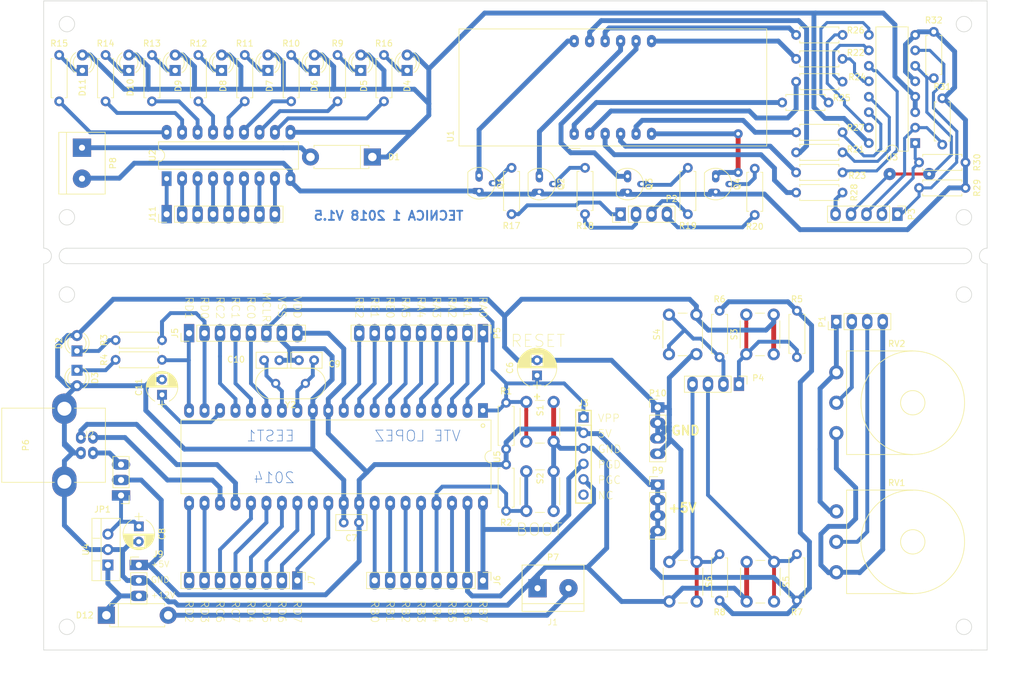
<source format=kicad_pcb>
(kicad_pcb (version 20171130) (host pcbnew "(5.1.4)-1")
  (title_block (title "Entrenador 4to 2018") (date 24/03/2018) (rev v1.0) (company "E.E.S.T. Nro 1"))
  (layers (0 F.Cu signal) (31 B.Cu signal) (34 B.Paste user) (35 F.Paste user) (36 B.SilkS user) (37 F.SilkS user) (38 B.Mask user) (39 F.Mask user) (44 Edge.Cuts user))
  (net 0 "")
  (net 1 RE2)
  (net 2 RE1)
  (net 3 RE0)
  (net 4 RD7)
  (net 5 RD6)
  (net 6 RD5)
  (net 7 RD4)
  (net 8 RD3)
  (net 9 RD2)
  (net 10 RD1)
  (net 11 RD0)
  (net 12 GND)
  (net 13 OSC1)
  (net 14 RA0)
  (net 15 RA1)
  (net 16 RA2)
  (net 17 RA3)
  (net 18 RA4)
  (net 19 RA5)
  (net 20 RB0)
  (net 21 RB1)
  (net 22 RB2)
  (net 23 RB3)
  (net 24 RB4)
  (net 25 RB5)
  (net 26 RC0)
  (net 27 RC1)
  (net 28 RC2)
  (net 29 RC6)
  (net 30 RC7)
  (net 31 +5VUSB)
  (net 32 "Net-(D2-Pad1)")
  (net 33 "Net-(D3-Pad1)")
  (net 34 "Net-(J11-Pad1)")
  (net 35 "Net-(J11-Pad2)")
  (net 36 "Net-(J11-Pad3)")
  (net 37 "Net-(J11-Pad4)")
  (net 38 "Net-(J11-Pad5)")
  (net 39 "Net-(J11-Pad6)")
  (net 40 "Net-(J11-Pad7)")
  (net 41 "Net-(J11-Pad8)")
  (net 42 Boton1)
  (net 43 Boton2)
  (net 44 Boton3)
  (net 45 Boton4)
  (net 46 /e)
  (net 47 /d)
  (net 48 /c)
  (net 49 /h)
  (net 50 /b)
  (net 51 /a)
  (net 52 /f)
  (net 53 /g)
  (net 54 /Display_B)
  (net 55 /Display_C)
  (net 56 /Display_D)
  (net 57 /Display_A)
  (net 58 Disp1)
  (net 59 Disp2)
  (net 60 Disp3)
  (net 61 Disp4)
  (net 62 "Net-(Q1-Pad2)")
  (net 63 "Net-(Q2-Pad2)")
  (net 64 "Net-(Q3-Pad2)")
  (net 65 "Net-(Q4-Pad2)")
  (net 66 "Net-(R21-Pad1)")
  (net 67 "Net-(R22-Pad1)")
  (net 68 "Net-(R23-Pad1)")
  (net 69 "Net-(R24-Pad1)")
  (net 70 "Net-(R25-Pad1)")
  (net 71 "Net-(R26-Pad1)")
  (net 72 "Net-(R27-Pad1)")
  (net 73 /DisplayH)
  (net 74 "Net-(R9-Pad2)")
  (net 75 "Net-(R10-Pad2)")
  (net 76 "Net-(R11-Pad2)")
  (net 77 "Net-(R12-Pad2)")
  (net 78 "Net-(R13-Pad2)")
  (net 79 "Net-(R14-Pad2)")
  (net 80 "Net-(R15-Pad2)")
  (net 81 "Net-(R16-Pad2)")
  (net 82 "Net-(P1-Pad2)")
  (net 83 "Net-(P1-Pad3)")
  (net 84 "Net-(D11-Pad1)")
  (net 85 "Net-(D4-Pad1)")
  (net 86 "Net-(D5-Pad1)")
  (net 87 "Net-(D6-Pad1)")
  (net 88 "Net-(D7-Pad1)")
  (net 89 "Net-(D8-Pad1)")
  (net 90 "Net-(D9-Pad1)")
  (net 91 "Net-(D10-Pad1)")
  (net 92 MCRL)
  (net 93 "Net-(C8-Pad1)")
  (net 94 OSC2)
  (net 95 "Net-(C11-Pad1)")
  (net 96 RC4)
  (net 97 RC5)
  (net 98 PGC)
  (net 99 PGD)
  (net 100 VUR)
  (net 101 VDD)
  (net 102 "Net-(J3-Pad6)")
  (net 103 +12VFuente)
  (net 104 VrefAnalogica)
  (net 105 -VrefAnalogica)
  (net 106 /CC1)
  (net 107 /CC2)
  (net 108 /CC3)
  (net 109 /CC4)
  (net 110 +5VFuente)
  (net 111 +5VD)
  (net 112 GNDD)
  (module libreria:LED_D3.0mm (layer F.Cu) (at 72.39 44.45 90)
    (fp_text reference D11 (at -2.794 0 90) (layer F.SilkS))
    (fp_text value LED)
    (pad 2 thru_hole circle (at 2.54 0 90) (size 1.8 1.8) (drill 0.9) (layers *.Cu *.Mask) (net 111 +5VD))
    (pad 1 thru_hole rect (at 0 0 90) (size 1.8 1.8) (drill 0.9) (layers *.Cu *.Mask) (net 84 "Net-(D11-Pad1)"))
  )
  (module libreria:TerminalBlock_bornier-2_P5.08mm (layer F.Cu) (at 72.3265 57.15 270)
    (fp_text reference P8 (at 2.54 -5.08 270) (layer F.SilkS))
    (fp_text value CONN_01X02)
    (pad 2 thru_hole circle (at 5.08 0 270) (size 3 3) (drill 1) (layers *.Cu *.Mask) (net 112 GNDD))
    (pad 1 thru_hole rect (at 0 0 270) (size 3 3) (drill 1) (layers *.Cu *.Mask) (net 110 +5VFuente))
  )
  (module libreria:TerminalBlock_bornier-2_P5.08mm (layer F.Cu) (at 147.146 129.54)
    (fp_text reference P7 (at 2.54 -5.08) (layer F.SilkS))
    (fp_text value CONN_01X02)
    (pad 2 thru_hole circle (at 5.08 0) (size 3 3) (drill 1) (layers *.Cu *.Mask) (net 103 +12VFuente))
    (pad 1 thru_hole rect (at 0 0) (size 3 3) (drill 1) (layers *.Cu *.Mask) (net 12 GND))
  )
  (module libreria:CA56-12EWA (layer F.Cu) (at 153.162 54.864 90)
    (fp_text reference U1 (at -0.4 -20.31 90) (layer F.SilkS))
    (fp_text value CC56-12EWA)
    (pad 12 thru_hole oval (at 15.24 0 90) (size 2 1.5) (drill 0.6) (layers *.Cu *.Mask) (net 106 /CC1))
    (pad 11 thru_hole oval (at 15.24 2.54 90) (size 2 1.5) (drill 0.6) (layers *.Cu *.Mask) (net 51 /a))
    (pad 10 thru_hole oval (at 15.24 5.08 90) (size 2 1.5) (drill 0.6) (layers *.Cu *.Mask) (net 52 /f))
    (pad 9 thru_hole oval (at 15.24 7.62 90) (size 2 1.5) (drill 0.6) (layers *.Cu *.Mask) (net 107 /CC2))
    (pad 8 thru_hole oval (at 15.24 10.16 90) (size 2 1.5) (drill 0.6) (layers *.Cu *.Mask) (net 108 /CC3))
    (pad 7 thru_hole oval (at 15.24 12.7 90) (size 2 1.5) (drill 0.6) (layers *.Cu *.Mask) (net 50 /b))
    (pad 6 thru_hole oval (at 0 12.7 90) (size 2 1.5) (drill 0.6) (layers *.Cu *.Mask) (net 109 /CC4))
    (pad 5 thru_hole oval (at 0 10.16 90) (size 2 1.5) (drill 0.6) (layers *.Cu *.Mask) (net 53 /g))
    (pad 4 thru_hole oval (at 0 7.62 90) (size 2 1.5) (drill 0.6) (layers *.Cu *.Mask) (net 48 /c))
    (pad 3 thru_hole oval (at 0 5.08 90) (size 2 1.5) (drill 0.6) (layers *.Cu *.Mask) (net 49 /h))
    (pad 2 thru_hole oval (at 0 2.54 90) (size 2 1.5) (drill 0.6) (layers *.Cu *.Mask) (net 47 /d))
    (pad 1 thru_hole oval (at 0 0 90) (size 2 1.5) (drill 0.6) (layers *.Cu *.Mask) (net 46 /e))
  )
  (module libreria:Socket_Strip_Straight_1x05_Pitch2.54mm (layer F.Cu) (at 206.248 68.072 270)
    (fp_text reference P3 (at 0 -2.33 270) (layer F.SilkS))
    (fp_text value CONN_01X05)
    (pad 5 thru_hole oval (at 0 10.16 270) (size 2.2 1.7) (drill 1) (layers *.Cu *.Mask) (net 73 /DisplayH))
    (pad 4 thru_hole oval (at 0 7.62 270) (size 2.2 1.7) (drill 1) (layers *.Cu *.Mask) (net 56 /Display_D))
    (pad 3 thru_hole oval (at 0 5.08 270) (size 2.2 1.7) (drill 1) (layers *.Cu *.Mask) (net 55 /Display_C))
    (pad 2 thru_hole oval (at 0 2.54 270) (size 2.2 1.7) (drill 1) (layers *.Cu *.Mask) (net 54 /Display_B))
    (pad 1 thru_hole rect (at 0 0 270) (size 2.2 1.7) (drill 1) (layers *.Cu *.Mask) (net 57 /Display_A))
  )
  (module libreria:TO-92_Molded_Narrow (layer F.Cu) (at 137.541 61.722 270)
    (fp_text reference Q1 (at 1.27 -3.56 270) (layer F.SilkS))
    (fp_text value BC548)
    (pad 2 thru_hole oval (at 1.27 -2.34) (size 2 1) (drill 0.6 (offset 0.25 0)) (layers *.Cu *.Mask) (net 62 "Net-(Q1-Pad2)"))
    (pad 3 thru_hole oval (at 2.54 0) (size 2 1) (drill 0.6 (offset -0.25 0)) (layers *.Cu *.Mask) (net 112 GNDD))
    (pad 1 thru_hole oval (at 0 0) (size 1.2 2) (drill 0.6) (layers *.Cu *.Mask) (net 106 /CC1))
  )
  (module libreria:TO-92_Molded_Narrow (layer F.Cu) (at 176.403 61.849 270)
    (fp_text reference Q4 (at 1.27 -3.56 270) (layer F.SilkS))
    (fp_text value BC548)
    (pad 2 thru_hole oval (at 1.27 -2.34) (size 2 1) (drill 0.6 (offset 0.25 0)) (layers *.Cu *.Mask) (net 65 "Net-(Q4-Pad2)"))
    (pad 3 thru_hole oval (at 2.54 0) (size 2 1) (drill 0.6 (offset -0.25 0)) (layers *.Cu *.Mask) (net 112 GNDD))
    (pad 1 thru_hole oval (at 0 0) (size 1.2 2) (drill 0.6) (layers *.Cu *.Mask) (net 109 /CC4))
  )
  (module libreria:TO-92_Molded_Narrow (layer F.Cu) (at 161.925 61.849 270)
    (fp_text reference Q3 (at 1.27 -3.56 270) (layer F.SilkS))
    (fp_text value BC548)
    (pad 2 thru_hole oval (at 1.27 -2.34) (size 2 1) (drill 0.6 (offset 0.25 0)) (layers *.Cu *.Mask) (net 64 "Net-(Q3-Pad2)"))
    (pad 3 thru_hole oval (at 2.54 0) (size 2 1) (drill 0.6 (offset -0.25 0)) (layers *.Cu *.Mask) (net 112 GNDD))
    (pad 1 thru_hole oval (at 0 0) (size 1.2 2) (drill 0.6) (layers *.Cu *.Mask) (net 108 /CC3))
  )
  (module libreria:TO-92_Molded_Narrow (layer F.Cu) (at 147.447 61.849 270)
    (fp_text reference Q2 (at 1.27 -3.56 270) (layer F.SilkS))
    (fp_text value BC548)
    (pad 2 thru_hole oval (at 1.27 -2.34) (size 2 1) (drill 0.6 (offset 0.25 0)) (layers *.Cu *.Mask) (net 63 "Net-(Q2-Pad2)"))
    (pad 3 thru_hole oval (at 2.54 0) (size 2 1) (drill 0.6 (offset -0.25 0)) (layers *.Cu *.Mask) (net 112 GNDD))
    (pad 1 thru_hole oval (at 0 0) (size 1.2 2) (drill 0.6) (layers *.Cu *.Mask) (net 107 /CC2))
  )
  (module libreria:R_Axial_DIN0207_L6.3mm_D2.5mm_P7.62mm_Horizontal (layer F.Cu) (at 68.58 41.91 270)
    (fp_text reference R15 (at -1.905 0) (layer F.SilkS))
    (fp_text value 180)
    (pad 2 thru_hole oval (at 7.62 0 270) (size 1.6 1.6) (drill 0.8) (layers *.Cu *.Mask) (net 80 "Net-(R15-Pad2)"))
    (pad 1 thru_hole circle (at 0 0 270) (size 1.6 1.6) (drill 0.8) (layers *.Cu *.Mask) (net 84 "Net-(D11-Pad1)"))
  )
  (module libreria:USB_B (layer F.Cu) (at 74.136 107.315 180)
    (fp_text reference P6 (at 11.05 1.27 270) (layer F.SilkS))
    (fp_text value USB_B)
    (pad 5 thru_hole oval (at 4.7 -4.73 90) (size 5 4) (drill 2.3) (layers *.Cu *.Mask) (net 12 GND))
    (pad 5 thru_hole oval (at 4.7 7.27 90) (size 5 4) (drill 2.3) (layers *.Cu *.Mask) (net 12 GND))
    (pad 3 thru_hole oval (at 2 2.54 90) (size 2 1.6) (drill 0.81) (layers *.Cu *.Mask) (net 97 RC5))
    (pad 4 thru_hole oval (at 2 0 90) (size 2 1.6) (drill 0.81) (layers *.Cu *.Mask) (net 12 GND))
    (pad 1 thru_hole oval (at 0 0 90) (size 2 1.6) (drill 0.81) (layers *.Cu *.Mask) (net 31 +5VUSB))
    (pad 2 thru_hole oval (at 0 2.54 90) (size 2 1.6) (drill 0.81) (layers *.Cu *.Mask) (net 96 RC4))
  )
  (module libreria:Socket_Strip_Straight_1x09_Pitch2.54mm (layer F.Cu) (at 138.176 87.63 270)
    (fp_text reference P5 (at 0 -2.33 270) (layer F.SilkS))
    (fp_text value CONN_01X09)
    (pad 9 thru_hole oval (at 0 20.32 270) (size 3 1.7) (drill 1) (layers *.Cu *.Mask) (net 1 RE2))
    (pad 8 thru_hole oval (at 0 17.78 270) (size 3 1.7) (drill 1) (layers *.Cu *.Mask) (net 2 RE1))
    (pad 7 thru_hole oval (at 0 15.24 270) (size 3 1.7) (drill 1) (layers *.Cu *.Mask) (net 3 RE0))
    (pad 6 thru_hole oval (at 0 12.7 270) (size 3 1.7) (drill 1) (layers *.Cu *.Mask) (net 19 RA5))
    (pad 5 thru_hole oval (at 0 10.16 270) (size 3 1.7) (drill 1) (layers *.Cu *.Mask) (net 18 RA4))
    (pad 4 thru_hole oval (at 0 7.62 270) (size 3 1.7) (drill 1) (layers *.Cu *.Mask) (net 17 RA3))
    (pad 3 thru_hole oval (at 0 5.08 270) (size 3 1.7) (drill 1) (layers *.Cu *.Mask) (net 16 RA2))
    (pad 2 thru_hole oval (at 0 2.54 270) (size 3 1.7) (drill 1) (layers *.Cu *.Mask) (net 15 RA1))
    (pad 1 thru_hole rect (at 0 0 270) (size 3 1.7) (drill 1) (layers *.Cu *.Mask) (net 14 RA0))
  )
  (module libreria:Pin_Header_Straight_1x03_Pitch2.54mm (layer F.Cu) (at 78.74 114.3 180)
    (fp_text reference JP1 (at 3.048 -2.286) (layer F.SilkS))
    (fp_text value JUMPER3)
    (pad 3 thru_hole oval (at 0 5.08 180) (size 3 1.7) (drill 1) (layers *.Cu *.Mask) (net 31 +5VUSB))
    (pad 2 thru_hole oval (at 0 2.54 180) (size 3 1.7) (drill 1) (layers *.Cu *.Mask) (net 101 VDD))
    (pad 1 thru_hole rect (at 0 0 180) (size 3 1.7) (drill 1) (layers *.Cu *.Mask) (net 93 "Net-(C8-Pad1)"))
  )
  (module libreria:D_5W_P10.16mm_Horizontal (layer F.Cu) (at 76.327 133.985)
    (fp_text reference D12 (at -3.556 0) (layer F.SilkS))
    (fp_text value 1n4004)
    (pad 2 thru_hole oval (at 10.16 0) (size 2.8 2.8) (drill 1.4) (layers *.Cu *.Mask) (net 103 +12VFuente))
    (pad 1 thru_hole rect (at 0 0) (size 2.8 2.8) (drill 1.4) (layers *.Cu *.Mask) (net 100 VUR))
  )
  (module libreria:Pin_Header_Straight_1x03_Pitch2.54mm (layer F.Cu) (at 81.661 125.73)
    (fp_text reference J9 (at 3.175 -1.778 180) (layer F.SilkS))
    (fp_text value 3vias)
    (pad 3 thru_hole oval (at 0 5.08) (size 3 1.7) (drill 1) (layers *.Cu *.Mask) (net 100 VUR))
    (pad 2 thru_hole oval (at 0 2.54) (size 3 1.7) (drill 1) (layers *.Cu *.Mask) (net 12 GND))
    (pad 1 thru_hole rect (at 0 0) (size 3 1.7) (drill 1) (layers *.Cu *.Mask) (net 101 VDD))
  )
  (module libreria:Socket_Strip_Straight_1x04_Pitch2.54mm (layer F.Cu) (at 196.215 85.725 90)
    (fp_text reference P1 (at 0 -2.33 90) (layer F.SilkS))
    (fp_text value CONN_01X04)
    (pad 4 thru_hole oval (at 0 7.62 90) (size 2.5 1.7) (drill 1) (layers *.Cu *.Mask) (net 104 VrefAnalogica))
    (pad 3 thru_hole oval (at 0 5.08 90) (size 2.5 1.7) (drill 1) (layers *.Cu *.Mask) (net 83 "Net-(P1-Pad3)"))
    (pad 2 thru_hole oval (at 0 2.54 90) (size 2.5 1.7) (drill 1) (layers *.Cu *.Mask) (net 82 "Net-(P1-Pad2)"))
    (pad 1 thru_hole rect (at 0 0 90) (size 2.2 1.7) (drill 1) (layers *.Cu *.Mask) (net 105 -VrefAnalogica))
  )
  (module libreria:Socket_Strip_Straight_1x04_Pitch2.54mm (layer F.Cu) (at 180.213 96.012 270)
    (fp_text reference P4 (at -1.016 -3.175) (layer F.SilkS))
    (fp_text value CONN_01X04)
    (pad 4 thru_hole oval (at 0 7.62 270) (size 2.5 1.7) (drill 1) (layers *.Cu *.Mask) (net 45 Boton4))
    (pad 3 thru_hole oval (at 0 5.08 270) (size 2.5 1.7) (drill 1) (layers *.Cu *.Mask) (net 44 Boton3))
    (pad 2 thru_hole oval (at 0 2.54 270) (size 2.5 1.7) (drill 1) (layers *.Cu *.Mask) (net 43 Boton2))
    (pad 1 thru_hole rect (at 0 0 270) (size 2.2 1.7) (drill 1) (layers *.Cu *.Mask) (net 42 Boton1))
  )
  (module libreria:Socket_Strip_Straight_1x04_Pitch2.54mm (layer F.Cu) (at 166.878 112.522)
    (fp_text reference P9 (at 0 -2.33) (layer F.SilkS))
    (fp_text value CONN_01X04)
    (pad 4 thru_hole oval (at 0 7.62) (size 2.5 1.7) (drill 1) (layers *.Cu *.Mask) (net 101 VDD))
    (pad 3 thru_hole oval (at 0 5.08) (size 2.5 1.7) (drill 1) (layers *.Cu *.Mask) (net 101 VDD))
    (pad 2 thru_hole oval (at 0 2.54) (size 2.5 1.7) (drill 1) (layers *.Cu *.Mask) (net 101 VDD))
    (pad 1 thru_hole rect (at 0 0) (size 2.2 1.7) (drill 1) (layers *.Cu *.Mask) (net 101 VDD))
  )
  (module libreria:Socket_Strip_Straight_1x04_Pitch2.54mm (layer F.Cu) (at 166.878 99.822)
    (fp_text reference P10 (at 0 -2.33) (layer F.SilkS))
    (fp_text value CONN_01X04)
    (pad 4 thru_hole oval (at 0 7.62) (size 2.5 1.7) (drill 1) (layers *.Cu *.Mask) (net 12 GND))
    (pad 3 thru_hole oval (at 0 5.08) (size 2.5 1.7) (drill 1) (layers *.Cu *.Mask) (net 12 GND))
    (pad 2 thru_hole oval (at 0 2.54) (size 2.5 1.7) (drill 1) (layers *.Cu *.Mask) (net 12 GND))
    (pad 1 thru_hole rect (at 0 0) (size 2.2 1.7) (drill 1) (layers *.Cu *.Mask) (net 12 GND))
  )
  (module libreria:Crystal_HC49-4H_Vertical (layer F.Cu) (at 109.02 95.885 180)
    (fp_text reference Y2 (at 2.44 -3.525 180) (layer F.SilkS))
    (fp_text value 20MHz)
    (pad 2 thru_hole circle (at 4.88 0 180) (size 1.5 1.5) (drill 0.8) (layers *.Cu *.Mask) (net 94 OSC2))
    (pad 1 thru_hole circle (at 0 0 180) (size 1.5 1.5) (drill 0.8) (layers *.Cu *.Mask) (net 13 OSC1))
  )
  (module libreria:C_Disc_D5.0mm_W2.5mm_P2.50mm (layer F.Cu) (at 102.235 92.075)
    (fp_text reference C10 (at -4.612 -0.127) (layer F.SilkS))
    (fp_text value 22pf)
    (pad 2 thru_hole circle (at 2.5 0) (size 1.6 1.6) (drill 0.8) (layers *.Cu *.Mask) (net 12 GND))
    (pad 1 thru_hole circle (at 0 0) (size 1.6 1.6) (drill 0.8) (layers *.Cu *.Mask) (net 94 OSC2))
  )
  (module libreria:C_Disc_D5.0mm_W2.5mm_P2.50mm (layer F.Cu) (at 110.45 92.075 180)
    (fp_text reference C9 (at -3.342 -0.635 180) (layer F.SilkS))
    (fp_text value 22pf)
    (pad 2 thru_hole circle (at 2.5 0 180) (size 1.6 1.6) (drill 0.8) (layers *.Cu *.Mask) (net 12 GND))
    (pad 1 thru_hole circle (at 0 0 180) (size 1.6 1.6) (drill 0.8) (layers *.Cu *.Mask) (net 13 OSC1))
  )
  (module libreria:CP_Radial_D5.0mm_P2.50mm (layer F.Cu) (at 81.661 119.38 270)
    (fp_text reference C8 (at 1.25 -3.81 270) (layer F.SilkS))
    (fp_text value 47uf)
    (pad 2 thru_hole circle (at 2.5 0 270) (size 1.6 1.6) (drill 0.8) (layers *.Cu *.Mask) (net 12 GND))
    (pad 1 thru_hole rect (at 0 0 270) (size 1.6 1.6) (drill 0.8) (layers *.Cu *.Mask) (net 93 "Net-(C8-Pad1)"))
  )
  (module libreria:CP_Radial_D5.0mm_P2.50mm (layer F.Cu) (at 85.471 97.75 90)
    (fp_text reference C11 (at 1.25 -3.81 90) (layer F.SilkS))
    (fp_text value 1uf)
    (pad 2 thru_hole circle (at 2.5 0 90) (size 1.6 1.6) (drill 0.8) (layers *.Cu *.Mask) (net 12 GND))
    (pad 1 thru_hole rect (at 0 0 90) (size 1.6 1.6) (drill 0.8) (layers *.Cu *.Mask) (net 95 "Net-(C11-Pad1)"))
  )
  (module libreria:CP_Radial_D6.3mm_P2.50mm (layer F.Cu) (at 147.066 94.575 90)
    (fp_text reference C6 (at 1.25 -4.46 90) (layer F.SilkS))
    (fp_text value 10uf)
    (pad 2 thru_hole circle (at 2.5 0 90) (size 1.6 1.6) (drill 0.8) (layers *.Cu *.Mask) (net 12 GND))
    (pad 1 thru_hole rect (at 0 0 90) (size 1.6 1.6) (drill 0.8) (layers *.Cu *.Mask) (net 92 MCRL))
  )
  (module libreria:Socket_Strip_Straight_1x06_Pitch2.54mm (layer F.Cu) (at 154.686 101.473)
    (fp_text reference J3 (at 0 -2.33) (layer F.SilkS))
    (fp_text value ICSP)
    (pad 6 thru_hole oval (at 0 12.7) (size 1.7 1.7) (drill 1) (layers *.Cu *.Mask) (net 102 "Net-(J3-Pad6)"))
    (pad 5 thru_hole oval (at 0 10.16) (size 1.7 1.7) (drill 1) (layers *.Cu *.Mask) (net 98 PGC))
    (pad 4 thru_hole oval (at 0 7.62) (size 1.7 1.7) (drill 1) (layers *.Cu *.Mask) (net 99 PGD))
    (pad 3 thru_hole oval (at 0 5.08) (size 1.7 1.7) (drill 1) (layers *.Cu *.Mask) (net 12 GND))
    (pad 2 thru_hole oval (at 0 2.54) (size 1.7 1.7) (drill 1) (layers *.Cu *.Mask) (net 101 VDD))
    (pad 1 thru_hole rect (at 0 0) (size 1.7 1.7) (drill 1) (layers *.Cu *.Mask) (net 92 MCRL))
  )
  (module libreria:SW_PUSH_6mm_h13mm (layer F.Cu) (at 145.288 105.433 90)
    (fp_text reference S1 (at 5.103 2.286 90) (layer F.SilkS))
    (fp_text value "SW DPST_2")
    (pad 1 thru_hole circle (at 6.5 0 180) (size 2 2) (drill 1.1) (layers *.Cu *.Mask) (net 92 MCRL))
    (pad 2 thru_hole circle (at 6.5 4.5 180) (size 2 2) (drill 1.1) (layers *.Cu *.Mask) (net 12 GND))
    (pad 1 thru_hole circle (at 0 0 180) (size 2 2) (drill 1.1) (layers *.Cu *.Mask) (net 92 MCRL))
    (pad 2 thru_hole circle (at 0 4.5 180) (size 2 2) (drill 1.1) (layers *.Cu *.Mask) (net 12 GND))
  )
  (module libreria:SW_PUSH_6mm_h13mm (layer F.Cu) (at 145.288 116.84 90)
    (fp_text reference S2 (at 5.334 2.286 90) (layer F.SilkS))
    (fp_text value "SW DPST_2")
    (pad 1 thru_hole circle (at 6.5 0 180) (size 2 2) (drill 1.1) (layers *.Cu *.Mask) (net 24 RB4))
    (pad 2 thru_hole circle (at 6.5 4.5 180) (size 2 2) (drill 1.1) (layers *.Cu *.Mask) (net 12 GND))
    (pad 1 thru_hole circle (at 0 0 180) (size 2 2) (drill 1.1) (layers *.Cu *.Mask) (net 24 RB4))
    (pad 2 thru_hole circle (at 0 4.5 180) (size 2 2) (drill 1.1) (layers *.Cu *.Mask) (net 12 GND))
  )
  (module libreria:SW_PUSH_6mm_h13mm (layer F.Cu) (at 173.283 125.222 270)
    (fp_text reference S6 (at 3.25 -2 270) (layer F.SilkS))
    (fp_text value "SW DPST_2")
    (pad 1 thru_hole circle (at 6.5 0) (size 2 2) (drill 1.1) (layers *.Cu *.Mask) (net 45 Boton4))
    (pad 2 thru_hole circle (at 6.5 4.5) (size 2 2) (drill 1.1) (layers *.Cu *.Mask) (net 12 GND))
    (pad 1 thru_hole circle (at 0 0) (size 2 2) (drill 1.1) (layers *.Cu *.Mask) (net 45 Boton4))
    (pad 2 thru_hole circle (at 0 4.5) (size 2 2) (drill 1.1) (layers *.Cu *.Mask) (net 12 GND))
  )
  (module libreria:SW_PUSH_6mm_h13mm (layer F.Cu) (at 185.983 125.222 270)
    (fp_text reference S5 (at 3.25 -2 270) (layer F.SilkS))
    (fp_text value "SW DPST_2")
    (pad 1 thru_hole circle (at 6.5 0) (size 2 2) (drill 1.1) (layers *.Cu *.Mask) (net 44 Boton3))
    (pad 2 thru_hole circle (at 6.5 4.5) (size 2 2) (drill 1.1) (layers *.Cu *.Mask) (net 12 GND))
    (pad 1 thru_hole circle (at 0 0) (size 2 2) (drill 1.1) (layers *.Cu *.Mask) (net 44 Boton3))
    (pad 2 thru_hole circle (at 0 4.5) (size 2 2) (drill 1.1) (layers *.Cu *.Mask) (net 12 GND))
  )
  (module libreria:SW_PUSH_6mm_h13mm (layer F.Cu) (at 168.728 91.082 90)
    (fp_text reference S4 (at 3.25 -2 90) (layer F.SilkS))
    (fp_text value "SW DPST_2")
    (pad 1 thru_hole circle (at 6.5 0 180) (size 2 2) (drill 1.1) (layers *.Cu *.Mask) (net 43 Boton2))
    (pad 2 thru_hole circle (at 6.5 4.5 180) (size 2 2) (drill 1.1) (layers *.Cu *.Mask) (net 12 GND))
    (pad 1 thru_hole circle (at 0 0 180) (size 2 2) (drill 1.1) (layers *.Cu *.Mask) (net 43 Boton2))
    (pad 2 thru_hole circle (at 0 4.5 180) (size 2 2) (drill 1.1) (layers *.Cu *.Mask) (net 12 GND))
  )
  (module libreria:SW_PUSH_6mm_h13mm (layer F.Cu) (at 181.428 91.082 90)
    (fp_text reference S3 (at 3.25 -2 90) (layer F.SilkS))
    (fp_text value "SW DPST_2")
    (pad 1 thru_hole circle (at 6.5 0 180) (size 2 2) (drill 1.1) (layers *.Cu *.Mask) (net 42 Boton1))
    (pad 2 thru_hole circle (at 6.5 4.5 180) (size 2 2) (drill 1.1) (layers *.Cu *.Mask) (net 12 GND))
    (pad 1 thru_hole circle (at 0 0 180) (size 2 2) (drill 1.1) (layers *.Cu *.Mask) (net 42 Boton1))
    (pad 2 thru_hole circle (at 0 4.5 180) (size 2 2) (drill 1.1) (layers *.Cu *.Mask) (net 12 GND))
  )
  (module libreria:LED_D3.0mm (layer F.Cu) (at 71.501 93.726 270)
    (fp_text reference D3 (at 1.27 -2.96 270) (layer F.SilkS))
    (fp_text value LED)
    (pad 2 thru_hole circle (at 2.54 0 270) (size 1.8 1.8) (drill 0.9) (layers *.Cu *.Mask) (net 12 GND))
    (pad 1 thru_hole rect (at 0 0 270) (size 1.8 1.8) (drill 0.9) (layers *.Cu *.Mask) (net 33 "Net-(D3-Pad1)"))
  )
  (module libreria:LED_D3.0mm (layer F.Cu) (at 71.501 90.551 90)
    (fp_text reference D2 (at 1.27 -2.96 90) (layer F.SilkS))
    (fp_text value LED)
    (pad 2 thru_hole circle (at 2.54 0 90) (size 1.8 1.8) (drill 0.9) (layers *.Cu *.Mask) (net 12 GND))
    (pad 1 thru_hole rect (at 0 0 90) (size 1.8 1.8) (drill 0.9) (layers *.Cu *.Mask) (net 32 "Net-(D2-Pad1)"))
  )
  (module libreria:LED_D3.0mm (layer F.Cu) (at 80.01 44.45 90)
    (fp_text reference D10 (at -2.794 0.254 90) (layer F.SilkS))
    (fp_text value LED)
    (pad 2 thru_hole circle (at 2.54 0 90) (size 1.8 1.8) (drill 0.9) (layers *.Cu *.Mask) (net 111 +5VD))
    (pad 1 thru_hole rect (at 0 0 90) (size 1.8 1.8) (drill 0.9) (layers *.Cu *.Mask) (net 91 "Net-(D10-Pad1)"))
  )
  (module libreria:LED_D3.0mm (layer F.Cu) (at 87.63 44.45 90)
    (fp_text reference D9 (at -2.54 0.508 90) (layer F.SilkS))
    (fp_text value LED)
    (pad 2 thru_hole circle (at 2.54 0 90) (size 1.8 1.8) (drill 0.9) (layers *.Cu *.Mask) (net 111 +5VD))
    (pad 1 thru_hole rect (at 0 0 90) (size 1.8 1.8) (drill 0.9) (layers *.Cu *.Mask) (net 90 "Net-(D9-Pad1)"))
  )
  (module libreria:LED_D3.0mm (layer F.Cu) (at 95.25 44.45 90)
    (fp_text reference D8 (at -2.54 0.254 90) (layer F.SilkS))
    (fp_text value LED)
    (pad 2 thru_hole circle (at 2.54 0 90) (size 1.8 1.8) (drill 0.9) (layers *.Cu *.Mask) (net 111 +5VD))
    (pad 1 thru_hole rect (at 0 0 90) (size 1.8 1.8) (drill 0.9) (layers *.Cu *.Mask) (net 89 "Net-(D8-Pad1)"))
  )
  (module libreria:LED_D3.0mm (layer F.Cu) (at 102.87 44.45 90)
    (fp_text reference D7 (at -2.54 0.254 90) (layer F.SilkS))
    (fp_text value LED)
    (pad 2 thru_hole circle (at 2.54 0 90) (size 1.8 1.8) (drill 0.9) (layers *.Cu *.Mask) (net 111 +5VD))
    (pad 1 thru_hole rect (at 0 0 90) (size 1.8 1.8) (drill 0.9) (layers *.Cu *.Mask) (net 88 "Net-(D7-Pad1)"))
  )
  (module libreria:LED_D3.0mm (layer F.Cu) (at 110.49 44.45 90)
    (fp_text reference D6 (at -2.54 0 90) (layer F.SilkS))
    (fp_text value LED)
    (pad 2 thru_hole circle (at 2.54 0 90) (size 1.8 1.8) (drill 0.9) (layers *.Cu *.Mask) (net 111 +5VD))
    (pad 1 thru_hole rect (at 0 0 90) (size 1.8 1.8) (drill 0.9) (layers *.Cu *.Mask) (net 87 "Net-(D6-Pad1)"))
  )
  (module libreria:LED_D3.0mm (layer F.Cu) (at 118.11 44.45 90)
    (fp_text reference D5 (at -2.54 0.508 90) (layer F.SilkS))
    (fp_text value LED)
    (pad 2 thru_hole circle (at 2.54 0 90) (size 1.8 1.8) (drill 0.9) (layers *.Cu *.Mask) (net 111 +5VD))
    (pad 1 thru_hole rect (at 0 0 90) (size 1.8 1.8) (drill 0.9) (layers *.Cu *.Mask) (net 86 "Net-(D5-Pad1)"))
  )
  (module libreria:LED_D3.0mm (layer F.Cu) (at 125.73 44.45 90)
    (fp_text reference D4 (at -2.54 0 90) (layer F.SilkS))
    (fp_text value LED)
    (pad 2 thru_hole circle (at 2.54 0 90) (size 1.8 1.8) (drill 0.9) (layers *.Cu *.Mask) (net 111 +5VD))
    (pad 1 thru_hole rect (at 0 0 90) (size 1.8 1.8) (drill 0.9) (layers *.Cu *.Mask) (net 85 "Net-(D4-Pad1)"))
  )
  (module libreria:Socket_Strip_Straight_1x08_Pitch2.54mm (layer F.Cu) (at 86.233 68.072 90)
    (fp_text reference J11 (at 0 -2.33 90) (layer F.SilkS))
    (fp_text value CON8)
    (pad 8 thru_hole oval (at 0 17.78 90) (size 3 1.7) (drill 1) (layers *.Cu *.Mask) (net 41 "Net-(J11-Pad8)"))
    (pad 7 thru_hole oval (at 0 15.24 90) (size 3 1.7) (drill 1) (layers *.Cu *.Mask) (net 40 "Net-(J11-Pad7)"))
    (pad 6 thru_hole oval (at 0 12.7 90) (size 3 1.7) (drill 1) (layers *.Cu *.Mask) (net 39 "Net-(J11-Pad6)"))
    (pad 5 thru_hole oval (at 0 10.16 90) (size 3 1.7) (drill 1) (layers *.Cu *.Mask) (net 38 "Net-(J11-Pad5)"))
    (pad 4 thru_hole oval (at 0 7.62 90) (size 3 1.7) (drill 1) (layers *.Cu *.Mask) (net 37 "Net-(J11-Pad4)"))
    (pad 3 thru_hole oval (at 0 5.08 90) (size 3 1.7) (drill 1) (layers *.Cu *.Mask) (net 36 "Net-(J11-Pad3)"))
    (pad 2 thru_hole oval (at 0 2.54 90) (size 3 1.7) (drill 1) (layers *.Cu *.Mask) (net 35 "Net-(J11-Pad2)"))
    (pad 1 thru_hole rect (at 0 0 90) (size 3 1.7) (drill 1) (layers *.Cu *.Mask) (net 34 "Net-(J11-Pad1)"))
  )
  (module libreria:Socket_Strip_Straight_1x08_Pitch2.54mm (layer F.Cu) (at 89.916 87.63 90)
    (fp_text reference J5 (at 0 -2.33 90) (layer F.SilkS))
    (fp_text value CON8)
    (pad 8 thru_hole oval (at 0 17.78 90) (size 3 1.7) (drill 1) (layers *.Cu *.Mask) (net 101 VDD))
    (pad 7 thru_hole oval (at 0 15.24 90) (size 3 1.7) (drill 1) (layers *.Cu *.Mask) (net 12 GND))
    (pad 6 thru_hole oval (at 0 12.7 90) (size 3 1.7) (drill 1) (layers *.Cu *.Mask) (net 92 MCRL))
    (pad 5 thru_hole oval (at 0 10.16 90) (size 3 1.7) (drill 1) (layers *.Cu *.Mask) (net 26 RC0))
    (pad 4 thru_hole oval (at 0 7.62 90) (size 3 1.7) (drill 1) (layers *.Cu *.Mask) (net 27 RC1))
    (pad 3 thru_hole oval (at 0 5.08 90) (size 3 1.7) (drill 1) (layers *.Cu *.Mask) (net 28 RC2))
    (pad 2 thru_hole oval (at 0 2.54 90) (size 3 1.7) (drill 1) (layers *.Cu *.Mask) (net 11 RD0))
    (pad 1 thru_hole rect (at 0 0 90) (size 3 1.7) (drill 1) (layers *.Cu *.Mask) (net 10 RD1))
  )
  (module libreria:Socket_Strip_Straight_1x08_Pitch2.54mm (layer F.Cu) (at 138.176 128.27 270)
    (fp_text reference J6 (at 0 -2.33 270) (layer F.SilkS))
    (fp_text value CON8)
    (pad 8 thru_hole oval (at 0 17.78 270) (size 3 1.7) (drill 1) (layers *.Cu *.Mask) (net 20 RB0))
    (pad 7 thru_hole oval (at 0 15.24 270) (size 3 1.7) (drill 1) (layers *.Cu *.Mask) (net 21 RB1))
    (pad 6 thru_hole oval (at 0 12.7 270) (size 3 1.7) (drill 1) (layers *.Cu *.Mask) (net 22 RB2))
    (pad 5 thru_hole oval (at 0 10.16 270) (size 3 1.7) (drill 1) (layers *.Cu *.Mask) (net 23 RB3))
    (pad 4 thru_hole oval (at 0 7.62 270) (size 3 1.7) (drill 1) (layers *.Cu *.Mask) (net 24 RB4))
    (pad 3 thru_hole oval (at 0 5.08 270) (size 3 1.7) (drill 1) (layers *.Cu *.Mask) (net 25 RB5))
    (pad 2 thru_hole oval (at 0 2.54 270) (size 3 1.7) (drill 1) (layers *.Cu *.Mask) (net 98 PGC))
    (pad 1 thru_hole rect (at 0 0 270) (size 3 1.7) (drill 1) (layers *.Cu *.Mask) (net 99 PGD))
  )
  (module libreria:R_Axial_DIN0207_L6.3mm_D2.5mm_P7.62mm_Horizontal (layer F.Cu) (at 177.038 131.572 90)
    (fp_text reference R8 (at -1.905 0 180) (layer F.SilkS))
    (fp_text value 10K)
    (pad 2 thru_hole oval (at 7.62 0 90) (size 1.6 1.6) (drill 0.8) (layers *.Cu *.Mask) (net 45 Boton4))
    (pad 1 thru_hole circle (at 0 0 90) (size 1.6 1.6) (drill 0.8) (layers *.Cu *.Mask) (net 101 VDD))
  )
  (module libreria:R_Axial_DIN0207_L6.3mm_D2.5mm_P7.62mm_Horizontal (layer F.Cu) (at 121.92 41.91 270)
    (fp_text reference R16 (at -1.905 0) (layer F.SilkS))
    (fp_text value 180)
    (pad 2 thru_hole oval (at 7.62 0 270) (size 1.6 1.6) (drill 0.8) (layers *.Cu *.Mask) (net 81 "Net-(R16-Pad2)"))
    (pad 1 thru_hole circle (at 0 0 270) (size 1.6 1.6) (drill 0.8) (layers *.Cu *.Mask) (net 85 "Net-(D4-Pad1)"))
  )
  (module libreria:R_Axial_DIN0207_L6.3mm_D2.5mm_P7.62mm_Horizontal (layer F.Cu) (at 83.82 41.91 270)
    (fp_text reference R13 (at -1.905 0) (layer F.SilkS))
    (fp_text value 180)
    (pad 2 thru_hole oval (at 7.62 0 270) (size 1.6 1.6) (drill 0.8) (layers *.Cu *.Mask) (net 78 "Net-(R13-Pad2)"))
    (pad 1 thru_hole circle (at 0 0 270) (size 1.6 1.6) (drill 0.8) (layers *.Cu *.Mask) (net 90 "Net-(D9-Pad1)"))
  )
  (module libreria:R_Axial_DIN0207_L6.3mm_D2.5mm_P7.62mm_Horizontal (layer F.Cu) (at 91.44 41.91 270)
    (fp_text reference R12 (at -1.905 0) (layer F.SilkS))
    (fp_text value 180)
    (pad 2 thru_hole oval (at 7.62 0 270) (size 1.6 1.6) (drill 0.8) (layers *.Cu *.Mask) (net 77 "Net-(R12-Pad2)"))
    (pad 1 thru_hole circle (at 0 0 270) (size 1.6 1.6) (drill 0.8) (layers *.Cu *.Mask) (net 89 "Net-(D8-Pad1)"))
  )
  (module libreria:R_Axial_DIN0207_L6.3mm_D2.5mm_P7.62mm_Horizontal (layer F.Cu) (at 99.06 41.91 270)
    (fp_text reference R11 (at -1.905 0) (layer F.SilkS))
    (fp_text value 180)
    (pad 2 thru_hole oval (at 7.62 0 270) (size 1.6 1.6) (drill 0.8) (layers *.Cu *.Mask) (net 76 "Net-(R11-Pad2)"))
    (pad 1 thru_hole circle (at 0 0 270) (size 1.6 1.6) (drill 0.8) (layers *.Cu *.Mask) (net 88 "Net-(D7-Pad1)"))
  )
  (module libreria:R_Axial_DIN0207_L6.3mm_D2.5mm_P7.62mm_Horizontal (layer F.Cu) (at 106.68 41.91 270)
    (fp_text reference R10 (at -1.905 0) (layer F.SilkS))
    (fp_text value 180)
    (pad 2 thru_hole oval (at 7.62 0 270) (size 1.6 1.6) (drill 0.8) (layers *.Cu *.Mask) (net 75 "Net-(R10-Pad2)"))
    (pad 1 thru_hole circle (at 0 0 270) (size 1.6 1.6) (drill 0.8) (layers *.Cu *.Mask) (net 87 "Net-(D6-Pad1)"))
  )
  (module libreria:R_Axial_DIN0207_L6.3mm_D2.5mm_P7.62mm_Horizontal (layer F.Cu) (at 114.3 41.91 270)
    (fp_text reference R9 (at -1.905 0) (layer F.SilkS))
    (fp_text value 180)
    (pad 2 thru_hole oval (at 7.62 0 270) (size 1.6 1.6) (drill 0.8) (layers *.Cu *.Mask) (net 74 "Net-(R9-Pad2)"))
    (pad 1 thru_hole circle (at 0 0 270) (size 1.6 1.6) (drill 0.8) (layers *.Cu *.Mask) (net 86 "Net-(D5-Pad1)"))
  )
  (module libreria:R_Axial_DIN0207_L6.3mm_D2.5mm_P7.62mm_Horizontal (layer F.Cu) (at 77.851 92.0115)
    (fp_text reference R4 (at -1.905 0 90) (layer F.SilkS))
    (fp_text value 470)
    (pad 2 thru_hole oval (at 7.62 0) (size 1.6 1.6) (drill 0.8) (layers *.Cu *.Mask) (net 10 RD1))
    (pad 1 thru_hole circle (at 0 0) (size 1.6 1.6) (drill 0.8) (layers *.Cu *.Mask) (net 33 "Net-(D3-Pad1)"))
  )
  (module libreria:R_Axial_DIN0207_L6.3mm_D2.5mm_P7.62mm_Horizontal (layer F.Cu) (at 77.851 88.773)
    (fp_text reference R3 (at -1.905 0 90) (layer F.SilkS))
    (fp_text value 470)
    (pad 2 thru_hole oval (at 7.62 0) (size 1.6 1.6) (drill 0.8) (layers *.Cu *.Mask) (net 11 RD0))
    (pad 1 thru_hole circle (at 0 0) (size 1.6 1.6) (drill 0.8) (layers *.Cu *.Mask) (net 32 "Net-(D2-Pad1)"))
  )
  (module libreria:R_Axial_DIN0207_L6.3mm_D2.5mm_P7.62mm_Horizontal (layer F.Cu) (at 154.94 68.072 90)
    (fp_text reference R18 (at -1.905 0 180) (layer F.SilkS))
    (fp_text value 1200)
    (pad 2 thru_hole oval (at 7.62 0 90) (size 1.6 1.6) (drill 0.8) (layers *.Cu *.Mask) (net 63 "Net-(Q2-Pad2)"))
    (pad 1 thru_hole circle (at 0 0 90) (size 1.6 1.6) (drill 0.8) (layers *.Cu *.Mask) (net 59 Disp2))
  )
  (module libreria:R_Axial_DIN0207_L6.3mm_D2.5mm_P7.62mm_Horizontal (layer F.Cu) (at 142.875 68.072 90)
    (fp_text reference R17 (at -1.905 0 180) (layer F.SilkS))
    (fp_text value 1200)
    (pad 2 thru_hole oval (at 7.62 0 90) (size 1.6 1.6) (drill 0.8) (layers *.Cu *.Mask) (net 62 "Net-(Q1-Pad2)"))
    (pad 1 thru_hole circle (at 0 0 90) (size 1.6 1.6) (drill 0.8) (layers *.Cu *.Mask) (net 58 Disp1))
  )
  (module libreria:R_Axial_DIN0207_L6.3mm_D2.5mm_P7.62mm_Horizontal (layer F.Cu) (at 171.831 68.072 90)
    (fp_text reference R19 (at -1.905 0 180) (layer F.SilkS))
    (fp_text value 1200)
    (pad 2 thru_hole oval (at 7.62 0 90) (size 1.6 1.6) (drill 0.8) (layers *.Cu *.Mask) (net 64 "Net-(Q3-Pad2)"))
    (pad 1 thru_hole circle (at 0 0 90) (size 1.6 1.6) (drill 0.8) (layers *.Cu *.Mask) (net 60 Disp3))
  )
  (module libreria:R_Axial_DIN0207_L6.3mm_D2.5mm_P7.62mm_Horizontal (layer F.Cu) (at 182.8165 68.199 90)
    (fp_text reference R20 (at -1.905 0 180) (layer F.SilkS))
    (fp_text value 1200)
    (pad 2 thru_hole oval (at 7.62 0 90) (size 1.6 1.6) (drill 0.8) (layers *.Cu *.Mask) (net 65 "Net-(Q4-Pad2)"))
    (pad 1 thru_hole circle (at 0 0 90) (size 1.6 1.6) (drill 0.8) (layers *.Cu *.Mask) (net 61 Disp4))
  )
  (module libreria:R_Axial_DIN0207_L6.3mm_D2.5mm_P7.62mm_Horizontal (layer F.Cu) (at 197.231 57.912 180)
    (fp_text reference R21 (at -2.159 0.508) (layer F.SilkS))
    (fp_text value 180)
    (pad 2 thru_hole oval (at 7.62 0 180) (size 1.6 1.6) (drill 0.8) (layers *.Cu *.Mask) (net 51 /a))
    (pad 1 thru_hole circle (at 0 0 180) (size 1.6 1.6) (drill 0.8) (layers *.Cu *.Mask) (net 66 "Net-(R21-Pad1)"))
  )
  (module libreria:R_Axial_DIN0207_L6.3mm_D2.5mm_P7.62mm_Horizontal (layer F.Cu) (at 197.231 42.545 180)
    (fp_text reference R22 (at -2.159 1.016) (layer F.SilkS))
    (fp_text value 180)
    (pad 2 thru_hole oval (at 7.62 0 180) (size 1.6 1.6) (drill 0.8) (layers *.Cu *.Mask) (net 50 /b))
    (pad 1 thru_hole circle (at 0 0 180) (size 1.6 1.6) (drill 0.8) (layers *.Cu *.Mask) (net 67 "Net-(R22-Pad1)"))
  )
  (module libreria:R_Axial_DIN0207_L6.3mm_D2.5mm_P7.62mm_Horizontal (layer F.Cu) (at 197.231 61.214 180)
    (fp_text reference R23 (at -2.413 -0.508) (layer F.SilkS))
    (fp_text value 180)
    (pad 2 thru_hole oval (at 7.62 0 180) (size 1.6 1.6) (drill 0.8) (layers *.Cu *.Mask) (net 48 /c))
    (pad 1 thru_hole circle (at 0 0 180) (size 1.6 1.6) (drill 0.8) (layers *.Cu *.Mask) (net 68 "Net-(R23-Pad1)"))
  )
  (module libreria:R_Axial_DIN0207_L6.3mm_D2.5mm_P7.62mm_Horizontal (layer F.Cu) (at 197.231 46.2915 180)
    (fp_text reference R24 (at -2.413 0.762) (layer F.SilkS))
    (fp_text value 180)
    (pad 2 thru_hole oval (at 7.62 0 180) (size 1.6 1.6) (drill 0.8) (layers *.Cu *.Mask) (net 47 /d))
    (pad 1 thru_hole circle (at 0 0 180) (size 1.6 1.6) (drill 0.8) (layers *.Cu *.Mask) (net 69 "Net-(R24-Pad1)"))
  )
  (module libreria:R_Axial_DIN0207_L6.3mm_D2.5mm_P7.62mm_Horizontal (layer F.Cu) (at 194.945 49.7205 180)
    (fp_text reference R25 (at -2.159 0.762) (layer F.SilkS))
    (fp_text value 180)
    (pad 2 thru_hole oval (at 7.62 0 180) (size 1.6 1.6) (drill 0.8) (layers *.Cu *.Mask) (net 46 /e))
    (pad 1 thru_hole circle (at 0 0 180) (size 1.6 1.6) (drill 0.8) (layers *.Cu *.Mask) (net 70 "Net-(R25-Pad1)"))
  )
  (module libreria:R_Axial_DIN0207_L6.3mm_D2.5mm_P7.62mm_Horizontal (layer F.Cu) (at 197.231 38.608 180)
    (fp_text reference R26 (at -2.159 0.762) (layer F.SilkS))
    (fp_text value 180)
    (pad 2 thru_hole oval (at 7.62 0 180) (size 1.6 1.6) (drill 0.8) (layers *.Cu *.Mask) (net 52 /f))
    (pad 1 thru_hole circle (at 0 0 180) (size 1.6 1.6) (drill 0.8) (layers *.Cu *.Mask) (net 71 "Net-(R26-Pad1)"))
  )
  (module libreria:R_Axial_DIN0207_L6.3mm_D2.5mm_P7.62mm_Horizontal (layer F.Cu) (at 197.231 54.61 180)
    (fp_text reference R27 (at -2.159 0.762) (layer F.SilkS))
    (fp_text value 180)
    (pad 2 thru_hole oval (at 7.62 0 180) (size 1.6 1.6) (drill 0.8) (layers *.Cu *.Mask) (net 53 /g))
    (pad 1 thru_hole circle (at 0 0 180) (size 1.6 1.6) (drill 0.8) (layers *.Cu *.Mask) (net 72 "Net-(R27-Pad1)"))
  )
  (module libreria:R_Axial_DIN0207_L6.3mm_D2.5mm_P7.62mm_Horizontal (layer F.Cu) (at 197.231 64.516 180)
    (fp_text reference R28 (at -1.905 0 270) (layer F.SilkS))
    (fp_text value 180)
    (pad 2 thru_hole oval (at 7.62 0 180) (size 1.6 1.6) (drill 0.8) (layers *.Cu *.Mask) (net 49 /h))
    (pad 1 thru_hole circle (at 0 0 180) (size 1.6 1.6) (drill 0.8) (layers *.Cu *.Mask) (net 73 /DisplayH))
  )
  (module libreria:R_Axial_DIN0207_L6.3mm_D2.5mm_P7.62mm_Horizontal (layer F.Cu) (at 141.986 116.84 90)
    (fp_text reference R2 (at -1.905 0 180) (layer F.SilkS))
    (fp_text value 10K)
    (pad 2 thru_hole oval (at 7.62 0 90) (size 1.6 1.6) (drill 0.8) (layers *.Cu *.Mask) (net 101 VDD))
    (pad 1 thru_hole circle (at 0 0 90) (size 1.6 1.6) (drill 0.8) (layers *.Cu *.Mask) (net 24 RB4))
  )
  (module libreria:R_Axial_DIN0207_L6.3mm_D2.5mm_P7.62mm_Horizontal (layer F.Cu) (at 141.986 99.06 270)
    (fp_text reference R1 (at -1.905 0) (layer F.SilkS))
    (fp_text value 10K)
    (pad 2 thru_hole oval (at 7.62 0 270) (size 1.6 1.6) (drill 0.8) (layers *.Cu *.Mask) (net 101 VDD))
    (pad 1 thru_hole circle (at 0 0 270) (size 1.6 1.6) (drill 0.8) (layers *.Cu *.Mask) (net 92 MCRL))
  )
  (module libreria:R_Axial_DIN0207_L6.3mm_D2.5mm_P7.62mm_Horizontal (layer F.Cu) (at 189.738 131.572 90)
    (fp_text reference R7 (at -1.905 0 180) (layer F.SilkS))
    (fp_text value 10K)
    (pad 2 thru_hole oval (at 7.62 0 90) (size 1.6 1.6) (drill 0.8) (layers *.Cu *.Mask) (net 44 Boton3))
    (pad 1 thru_hole circle (at 0 0 90) (size 1.6 1.6) (drill 0.8) (layers *.Cu *.Mask) (net 101 VDD))
  )
  (module libreria:R_Axial_DIN0207_L6.3mm_D2.5mm_P7.62mm_Horizontal (layer F.Cu) (at 189.738 83.947 270)
    (fp_text reference R5 (at -1.905 0) (layer F.SilkS))
    (fp_text value 10K)
    (pad 2 thru_hole oval (at 7.62 0 270) (size 1.6 1.6) (drill 0.8) (layers *.Cu *.Mask) (net 42 Boton1))
    (pad 1 thru_hole circle (at 0 0 270) (size 1.6 1.6) (drill 0.8) (layers *.Cu *.Mask) (net 101 VDD))
  )
  (module libreria:R_Axial_DIN0207_L6.3mm_D2.5mm_P7.62mm_Horizontal (layer F.Cu) (at 177.038 83.947 270)
    (fp_text reference R6 (at -1.905 0) (layer F.SilkS))
    (fp_text value 10K)
    (pad 2 thru_hole oval (at 7.62 0 270) (size 1.6 1.6) (drill 0.8) (layers *.Cu *.Mask) (net 43 Boton2))
    (pad 1 thru_hole circle (at 0 0 270) (size 1.6 1.6) (drill 0.8) (layers *.Cu *.Mask) (net 101 VDD))
  )
  (module libreria:R_Axial_DIN0207_L6.3mm_D2.5mm_P7.62mm_Horizontal (layer F.Cu) (at 217.424 63.754 180)
    (fp_text reference R29 (at -1.905 0 270) (layer F.SilkS))
    (fp_text value 10k)
    (pad 2 thru_hole oval (at 7.62 0 180) (size 1.6 1.6) (drill 0.8) (layers *.Cu *.Mask) (net 57 /Display_A))
    (pad 1 thru_hole circle (at 0 0 180) (size 1.6 1.6) (drill 0.8) (layers *.Cu *.Mask) (net 112 GNDD))
  )
  (module libreria:R_Axial_DIN0207_L6.3mm_D2.5mm_P7.62mm_Horizontal (layer F.Cu) (at 217.424 59.563 180)
    (fp_text reference R30 (at -1.905 0 270) (layer F.SilkS))
    (fp_text value 10k)
    (pad 2 thru_hole oval (at 7.62 0 180) (size 1.6 1.6) (drill 0.8) (layers *.Cu *.Mask) (net 54 /Display_B))
    (pad 1 thru_hole circle (at 0 0 180) (size 1.6 1.6) (drill 0.8) (layers *.Cu *.Mask) (net 112 GNDD))
  )
  (module libreria:R_Axial_DIN0207_L6.3mm_D2.5mm_P7.62mm_Horizontal (layer F.Cu) (at 213.614 49.022 270)
    (fp_text reference R31 (at -1.905 0) (layer F.SilkS))
    (fp_text value 10k)
    (pad 2 thru_hole oval (at 7.62 0 270) (size 1.6 1.6) (drill 0.8) (layers *.Cu *.Mask) (net 55 /Display_C))
    (pad 1 thru_hole circle (at 0 0 270) (size 1.6 1.6) (drill 0.8) (layers *.Cu *.Mask) (net 112 GNDD))
  )
  (module libreria:R_Axial_DIN0207_L6.3mm_D2.5mm_P7.62mm_Horizontal (layer F.Cu) (at 212.217 38.1 270)
    (fp_text reference R32 (at -1.905 0) (layer F.SilkS))
    (fp_text value 10k)
    (pad 2 thru_hole oval (at 7.62 0 270) (size 1.6 1.6) (drill 0.8) (layers *.Cu *.Mask) (net 56 /Display_D))
    (pad 1 thru_hole circle (at 0 0 270) (size 1.6 1.6) (drill 0.8) (layers *.Cu *.Mask) (net 112 GNDD))
  )
  (module libreria:R_Axial_DIN0207_L6.3mm_D2.5mm_P7.62mm_Horizontal (layer F.Cu) (at 76.2 41.91 270)
    (fp_text reference R14 (at -1.905 0) (layer F.SilkS))
    (fp_text value 180)
    (pad 2 thru_hole oval (at 7.62 0 270) (size 1.6 1.6) (drill 0.8) (layers *.Cu *.Mask) (net 79 "Net-(R14-Pad2)"))
    (pad 1 thru_hole circle (at 0 0 270) (size 1.6 1.6) (drill 0.8) (layers *.Cu *.Mask) (net 91 "Net-(D10-Pad1)"))
  )
  (module libreria:DIP-40_W15.24mm_LongPads (layer F.Cu) (at 138.176 100.33 270)
    (fp_text reference U5 (at 7.62 -2.33 270) (layer F.SilkS))
    (fp_text value "PIC18(L)F4550-I/P")
    (pad 40 thru_hole oval (at 15.24 0 270) (size 2.4 1.6) (drill 0.8) (layers *.Cu *.Mask) (net 99 PGD))
    (pad 20 thru_hole oval (at 0 48.26 270) (size 2.4 1.6) (drill 0.8) (layers *.Cu *.Mask) (net 10 RD1))
    (pad 39 thru_hole oval (at 15.24 2.54 270) (size 2.4 1.6) (drill 0.8) (layers *.Cu *.Mask) (net 98 PGC))
    (pad 19 thru_hole oval (at 0 45.72 270) (size 2.4 1.6) (drill 0.8) (layers *.Cu *.Mask) (net 11 RD0))
    (pad 38 thru_hole oval (at 15.24 5.08 270) (size 2.4 1.6) (drill 0.8) (layers *.Cu *.Mask) (net 25 RB5))
    (pad 18 thru_hole oval (at 0 43.18 270) (size 2.4 1.6) (drill 0.8) (layers *.Cu *.Mask) (net 95 "Net-(C11-Pad1)"))
    (pad 37 thru_hole oval (at 15.24 7.62 270) (size 2.4 1.6) (drill 0.8) (layers *.Cu *.Mask) (net 24 RB4))
    (pad 17 thru_hole oval (at 0 40.64 270) (size 2.4 1.6) (drill 0.8) (layers *.Cu *.Mask) (net 28 RC2))
    (pad 36 thru_hole oval (at 15.24 10.16 270) (size 2.4 1.6) (drill 0.8) (layers *.Cu *.Mask) (net 23 RB3))
    (pad 16 thru_hole oval (at 0 38.1 270) (size 2.4 1.6) (drill 0.8) (layers *.Cu *.Mask) (net 27 RC1))
    (pad 35 thru_hole oval (at 15.24 12.7 270) (size 2.4 1.6) (drill 0.8) (layers *.Cu *.Mask) (net 22 RB2))
    (pad 15 thru_hole oval (at 0 35.56 270) (size 2.4 1.6) (drill 0.8) (layers *.Cu *.Mask) (net 26 RC0))
    (pad 34 thru_hole oval (at 15.24 15.24 270) (size 2.4 1.6) (drill 0.8) (layers *.Cu *.Mask) (net 21 RB1))
    (pad 14 thru_hole oval (at 0 33.02 270) (size 2.4 1.6) (drill 0.8) (layers *.Cu *.Mask) (net 94 OSC2))
    (pad 33 thru_hole oval (at 15.24 17.78 270) (size 2.4 1.6) (drill 0.8) (layers *.Cu *.Mask) (net 20 RB0))
    (pad 13 thru_hole oval (at 0 30.48 270) (size 2.4 1.6) (drill 0.8) (layers *.Cu *.Mask) (net 13 OSC1))
    (pad 32 thru_hole oval (at 15.24 20.32 270) (size 2.4 1.6) (drill 0.8) (layers *.Cu *.Mask) (net 101 VDD))
    (pad 12 thru_hole oval (at 0 27.94 270) (size 2.4 1.6) (drill 0.8) (layers *.Cu *.Mask) (net 12 GND))
    (pad 31 thru_hole oval (at 15.24 22.86 270) (size 2.4 1.6) (drill 0.8) (layers *.Cu *.Mask) (net 12 GND))
    (pad 11 thru_hole oval (at 0 25.4 270) (size 2.4 1.6) (drill 0.8) (layers *.Cu *.Mask) (net 101 VDD))
    (pad 30 thru_hole oval (at 15.24 25.4 270) (size 2.4 1.6) (drill 0.8) (layers *.Cu *.Mask) (net 4 RD7))
    (pad 10 thru_hole oval (at 0 22.86 270) (size 2.4 1.6) (drill 0.8) (layers *.Cu *.Mask) (net 1 RE2))
    (pad 29 thru_hole oval (at 15.24 27.94 270) (size 2.4 1.6) (drill 0.8) (layers *.Cu *.Mask) (net 5 RD6))
    (pad 9 thru_hole oval (at 0 20.32 270) (size 2.4 1.6) (drill 0.8) (layers *.Cu *.Mask) (net 2 RE1))
    (pad 28 thru_hole oval (at 15.24 30.48 270) (size 2.4 1.6) (drill 0.8) (layers *.Cu *.Mask) (net 6 RD5))
    (pad 8 thru_hole oval (at 0 17.78 270) (size 2.4 1.6) (drill 0.8) (layers *.Cu *.Mask) (net 3 RE0))
    (pad 27 thru_hole oval (at 15.24 33.02 270) (size 2.4 1.6) (drill 0.8) (layers *.Cu *.Mask) (net 7 RD4))
    (pad 7 thru_hole oval (at 0 15.24 270) (size 2.4 1.6) (drill 0.8) (layers *.Cu *.Mask) (net 19 RA5))
    (pad 26 thru_hole oval (at 15.24 35.56 270) (size 2.4 1.6) (drill 0.8) (layers *.Cu *.Mask) (net 30 RC7))
    (pad 6 thru_hole oval (at 0 12.7 270) (size 2.4 1.6) (drill 0.8) (layers *.Cu *.Mask) (net 18 RA4))
    (pad 25 thru_hole oval (at 15.24 38.1 270) (size 2.4 1.6) (drill 0.8) (layers *.Cu *.Mask) (net 29 RC6))
    (pad 5 thru_hole oval (at 0 10.16 270) (size 2.4 1.6) (drill 0.8) (layers *.Cu *.Mask) (net 17 RA3))
    (pad 24 thru_hole oval (at 15.24 40.64 270) (size 2.4 1.6) (drill 0.8) (layers *.Cu *.Mask) (net 97 RC5))
    (pad 4 thru_hole oval (at 0 7.62 270) (size 2.4 1.6) (drill 0.8) (layers *.Cu *.Mask) (net 16 RA2))
    (pad 23 thru_hole oval (at 15.24 43.18 270) (size 2.4 1.6) (drill 0.8) (layers *.Cu *.Mask) (net 96 RC4))
    (pad 3 thru_hole oval (at 0 5.08 270) (size 2.4 1.6) (drill 0.8) (layers *.Cu *.Mask) (net 15 RA1))
    (pad 22 thru_hole oval (at 15.24 45.72 270) (size 2.4 1.6) (drill 0.8) (layers *.Cu *.Mask) (net 8 RD3))
    (pad 2 thru_hole oval (at 0 2.54 270) (size 2.4 1.6) (drill 0.8) (layers *.Cu *.Mask) (net 14 RA0))
    (pad 21 thru_hole oval (at 15.24 48.26 270) (size 2.4 1.6) (drill 0.8) (layers *.Cu *.Mask) (net 9 RD2))
    (pad 1 thru_hole rect (at 0 0 270) (size 2.4 1.6) (drill 0.8) (layers *.Cu *.Mask) (net 92 MCRL))
  )
  (module libreria:TO-220-3_Vertical (layer F.Cu) (at 76.581 125.73 90)
    (fp_text reference U4 (at 2.54 -3.62 90) (layer F.SilkS))
    (fp_text value LM7805)
    (pad 3 thru_hole oval (at 5.08 0 90) (size 1.8 1.8) (drill 1) (layers *.Cu *.Mask) (net 93 "Net-(C8-Pad1)"))
    (pad 2 thru_hole oval (at 2.54 0 90) (size 1.8 1.8) (drill 1) (layers *.Cu *.Mask) (net 12 GND))
    (pad 1 thru_hole rect (at 0 0 90) (size 1.8 1.8) (drill 1) (layers *.Cu *.Mask) (net 100 VUR))
  )
  (module libreria:DIP-16_W7.62mm (layer F.Cu) (at 209.169 56.388 180)
    (fp_text reference U3 (at 3.81 -2.33 180) (layer F.SilkS))
    (fp_text value 4511)
    (pad 16 thru_hole oval (at 7.62 0 180) (size 1.6 1.6) (drill 0.8) (layers *.Cu *.Mask) (net 111 +5VD))
    (pad 8 thru_hole oval (at 0 17.78 180) (size 1.6 1.6) (drill 0.8) (layers *.Cu *.Mask) (net 112 GNDD))
    (pad 15 thru_hole oval (at 7.62 2.54 180) (size 1.6 1.6) (drill 0.8) (layers *.Cu *.Mask) (net 71 "Net-(R26-Pad1)"))
    (pad 7 thru_hole oval (at 0 15.24 180) (size 1.6 1.6) (drill 0.8) (layers *.Cu *.Mask) (net 57 /Display_A))
    (pad 14 thru_hole oval (at 7.62 5.08 180) (size 1.6 1.6) (drill 0.8) (layers *.Cu *.Mask) (net 72 "Net-(R27-Pad1)"))
    (pad 6 thru_hole oval (at 0 12.7 180) (size 1.6 1.6) (drill 0.8) (layers *.Cu *.Mask) (net 56 /Display_D))
    (pad 13 thru_hole oval (at 7.62 7.62 180) (size 1.6 1.6) (drill 0.8) (layers *.Cu *.Mask) (net 66 "Net-(R21-Pad1)"))
    (pad 5 thru_hole oval (at 0 10.16 180) (size 1.6 1.6) (drill 0.8) (layers *.Cu *.Mask) (net 112 GNDD))
    (pad 12 thru_hole oval (at 7.62 10.16 180) (size 1.6 1.6) (drill 0.8) (layers *.Cu *.Mask) (net 67 "Net-(R22-Pad1)"))
    (pad 4 thru_hole oval (at 0 7.62 180) (size 1.6 1.6) (drill 0.8) (layers *.Cu *.Mask) (net 111 +5VD))
    (pad 11 thru_hole oval (at 7.62 12.7 180) (size 1.6 1.6) (drill 0.8) (layers *.Cu *.Mask) (net 68 "Net-(R23-Pad1)"))
    (pad 3 thru_hole oval (at 0 5.08 180) (size 1.6 1.6) (drill 0.8) (layers *.Cu *.Mask) (net 111 +5VD))
    (pad 10 thru_hole oval (at 7.62 15.24 180) (size 1.6 1.6) (drill 0.8) (layers *.Cu *.Mask) (net 69 "Net-(R24-Pad1)"))
    (pad 2 thru_hole oval (at 0 2.54 180) (size 1.6 1.6) (drill 0.8) (layers *.Cu *.Mask) (net 55 /Display_C))
    (pad 9 thru_hole oval (at 7.62 17.78 180) (size 1.6 1.6) (drill 0.8) (layers *.Cu *.Mask) (net 70 "Net-(R25-Pad1)"))
    (pad 1 thru_hole rect (at 0 0 180) (size 1.6 1.6) (drill 0.8) (layers *.Cu *.Mask) (net 54 /Display_B))
  )
  (module libreria:DIP-18_W7.62mm_LongPads (layer F.Cu) (at 86.233 62.23 90)
    (fp_text reference U2 (at 3.81 -2.33 90) (layer F.SilkS))
    (fp_text value ULN2803)
    (pad 18 thru_hole oval (at 7.62 0 90) (size 2.4 1.6) (drill 0.8) (layers *.Cu *.Mask) (net 80 "Net-(R15-Pad2)"))
    (pad 9 thru_hole oval (at 0 20.32 90) (size 2.4 1.6) (drill 0.8) (layers *.Cu *.Mask) (net 112 GNDD))
    (pad 17 thru_hole oval (at 7.62 2.54 90) (size 2.4 1.6) (drill 0.8) (layers *.Cu *.Mask) (net 79 "Net-(R14-Pad2)"))
    (pad 8 thru_hole oval (at 0 17.78 90) (size 2.4 1.6) (drill 0.8) (layers *.Cu *.Mask) (net 41 "Net-(J11-Pad8)"))
    (pad 16 thru_hole oval (at 7.62 5.08 90) (size 2.4 1.6) (drill 0.8) (layers *.Cu *.Mask) (net 78 "Net-(R13-Pad2)"))
    (pad 7 thru_hole oval (at 0 15.24 90) (size 2.4 1.6) (drill 0.8) (layers *.Cu *.Mask) (net 40 "Net-(J11-Pad7)"))
    (pad 15 thru_hole oval (at 7.62 7.62 90) (size 2.4 1.6) (drill 0.8) (layers *.Cu *.Mask) (net 77 "Net-(R12-Pad2)"))
    (pad 6 thru_hole oval (at 0 12.7 90) (size 2.4 1.6) (drill 0.8) (layers *.Cu *.Mask) (net 39 "Net-(J11-Pad6)"))
    (pad 14 thru_hole oval (at 7.62 10.16 90) (size 2.4 1.6) (drill 0.8) (layers *.Cu *.Mask) (net 76 "Net-(R11-Pad2)"))
    (pad 5 thru_hole oval (at 0 10.16 90) (size 2.4 1.6) (drill 0.8) (layers *.Cu *.Mask) (net 38 "Net-(J11-Pad5)"))
    (pad 13 thru_hole oval (at 7.62 12.7 90) (size 2.4 1.6) (drill 0.8) (layers *.Cu *.Mask) (net 75 "Net-(R10-Pad2)"))
    (pad 4 thru_hole oval (at 0 7.62 90) (size 2.4 1.6) (drill 0.8) (layers *.Cu *.Mask) (net 37 "Net-(J11-Pad4)"))
    (pad 12 thru_hole oval (at 7.62 15.24 90) (size 2.4 1.6) (drill 0.8) (layers *.Cu *.Mask) (net 74 "Net-(R9-Pad2)"))
    (pad 3 thru_hole oval (at 0 5.08 90) (size 2.4 1.6) (drill 0.8) (layers *.Cu *.Mask) (net 36 "Net-(J11-Pad3)"))
    (pad 11 thru_hole oval (at 7.62 17.78 90) (size 2.4 1.6) (drill 0.8) (layers *.Cu *.Mask) (net 81 "Net-(R16-Pad2)"))
    (pad 2 thru_hole oval (at 0 2.54 90) (size 2.4 1.6) (drill 0.8) (layers *.Cu *.Mask) (net 35 "Net-(J11-Pad2)"))
    (pad 10 thru_hole oval (at 7.62 20.32 90) (size 2.4 1.6) (drill 0.8) (layers *.Cu *.Mask) (net 111 +5VD))
    (pad 1 thru_hole rect (at 0 0 90) (size 2.4 1.6) (drill 0.8) (layers *.Cu *.Mask) (net 34 "Net-(J11-Pad1)"))
  )
  (module libreria:Potentiometer_Omeg_PC16PU_Horizontal (layer F.Cu) (at 196.215 104.06)
    (fp_text reference RV2 (at 9.915 -14.7) (layer F.SilkS))
    (fp_text value "10K lin")
    (pad 1 thru_hole circle (at 0 0) (size 2.34 2.34) (drill 1.3) (layers *.Cu *.Mask) (net 104 VrefAnalogica))
    (pad 2 thru_hole circle (at 0 -5) (size 2.34 2.34) (drill 1.3) (layers *.Cu *.Mask) (net 82 "Net-(P1-Pad2)"))
    (pad 3 thru_hole circle (at 0 -10) (size 2.34 2.34) (drill 1.3) (layers *.Cu *.Mask) (net 105 -VrefAnalogica))
  )
  (module libreria:Potentiometer_Omeg_PC16PU_Horizontal (layer F.Cu) (at 196.215 126.92)
    (fp_text reference RV1 (at 9.915 -14.7) (layer F.SilkS))
    (fp_text value "10K lin")
    (pad 1 thru_hole circle (at 0 0) (size 2.34 2.34) (drill 1.3) (layers *.Cu *.Mask) (net 104 VrefAnalogica))
    (pad 2 thru_hole circle (at 0 -5) (size 2.34 2.34) (drill 1.3) (layers *.Cu *.Mask) (net 83 "Net-(P1-Pad3)"))
    (pad 3 thru_hole circle (at 0 -10) (size 2.34 2.34) (drill 1.3) (layers *.Cu *.Mask) (net 105 -VrefAnalogica))
  )
  (module libreria:C_Disc_D5.0mm_W2.5mm_P2.50mm (layer F.Cu) (at 117.816 118.745 180)
    (fp_text reference C7 (at 1.25 -2.56 180) (layer F.SilkS))
    (fp_text value 100nf)
    (pad 2 thru_hole circle (at 2.5 0 180) (size 1.6 1.6) (drill 0.8) (layers *.Cu *.Mask) (net 12 GND))
    (pad 1 thru_hole circle (at 0 0 180) (size 1.6 1.6) (drill 0.8) (layers *.Cu *.Mask) (net 101 VDD))
  )
  (module libreria:Socket_Strip_Straight_1x08_Pitch2.54mm (layer F.Cu) (at 107.696 128.27 270)
    (fp_text reference J7 (at 0 -2.33 270) (layer F.SilkS))
    (fp_text value CON8)
    (pad 8 thru_hole oval (at 0 17.78 270) (size 3 1.7) (drill 1) (layers *.Cu *.Mask) (net 9 RD2))
    (pad 7 thru_hole oval (at 0 15.24 270) (size 3 1.7) (drill 1) (layers *.Cu *.Mask) (net 8 RD3))
    (pad 6 thru_hole oval (at 0 12.7 270) (size 3 1.7) (drill 1) (layers *.Cu *.Mask) (net 29 RC6))
    (pad 5 thru_hole oval (at 0 10.16 270) (size 3 1.7) (drill 1) (layers *.Cu *.Mask) (net 30 RC7))
    (pad 4 thru_hole oval (at 0 7.62 270) (size 3 1.7) (drill 1) (layers *.Cu *.Mask) (net 7 RD4))
    (pad 3 thru_hole oval (at 0 5.08 270) (size 3 1.7) (drill 1) (layers *.Cu *.Mask) (net 6 RD5))
    (pad 2 thru_hole oval (at 0 2.54 270) (size 3 1.7) (drill 1) (layers *.Cu *.Mask) (net 5 RD6))
    (pad 1 thru_hole rect (at 0 0 270) (size 3 1.7) (drill 1) (layers *.Cu *.Mask) (net 4 RD7))
  )
  (module libreria:Socket_Strip_Straight_1x04_Pitch2.54mm (layer F.Cu) (at 160.782 68.072 90)
    (fp_text reference P2 (at 2.54 8.382 180) (layer F.SilkS))
    (fp_text value CONN_01X04)
    (pad 4 thru_hole oval (at 0 7.62 90) (size 2.5 1.7) (drill 1) (layers *.Cu *.Mask) (net 61 Disp4))
    (pad 3 thru_hole oval (at 0 5.08 90) (size 2.5 1.7) (drill 1) (layers *.Cu *.Mask) (net 60 Disp3))
    (pad 2 thru_hole oval (at 0 2.54 90) (size 2.5 1.7) (drill 1) (layers *.Cu *.Mask) (net 59 Disp2))
    (pad 1 thru_hole rect (at 0 0 90) (size 2.2 1.7) (drill 1) (layers *.Cu *.Mask) (net 58 Disp1))
  )
  (module libreria:D_5W_P10.16mm_Horizontal (layer F.Cu) (at 120.015 58.674 180)
    (fp_text reference D1 (at -3.556 0 180) (layer F.SilkS))
    (fp_text value 1n4004)
    (pad 2 thru_hole oval (at 10.16 0 180) (size 2.8 2.8) (drill 1.4) (layers *.Cu *.Mask) (net 110 +5VFuente))
    (pad 1 thru_hole rect (at 0 0 180) (size 2.8 2.8) (drill 1.4) (layers *.Cu *.Mask) (net 111 +5VD))
  )
  (gr_text "TECNICA 1 2018 V1.5\n" (at 122.682 68.326) (layer B.Cu) (effects (font (size 1.5 1.5) (thickness 0.3)) (justify mirror)))
  (gr_circle (center 69.85 81.28) (end 71.12 81.28) (layer Edge.Cuts) (width 0.1))
  (gr_line (start 217.17 76.2) (end 69.85 76.2) (layer Edge.Cuts) (width 0.1))
  (gr_line (start 69.85 73.66) (end 217.17 73.66) (layer Edge.Cuts) (width 0.1))
  (gr_line (start 66.04 76.2) (end 66.04 76.835) (layer Edge.Cuts) (width 0.1))
  (gr_line (start 66.04 73.66) (end 66.04 73.025) (layer Edge.Cuts) (width 0.1))
  (gr_arc (start 69.85 74.93) (end 69.85 76.2) (angle 180) (layer Edge.Cuts) (width 0.1))
  (gr_arc (start 66.04 74.93) (end 66.04 73.66) (angle 180) (layer Edge.Cuts) (width 0.1))
  (gr_arc (start 217.17 74.93) (end 217.17 73.66) (angle 180) (layer Edge.Cuts) (width 0.1))
  (gr_arc (start 220.98 74.93) (end 220.98 76.2) (angle 180) (layer Edge.Cuts) (width 0.1))
  (gr_line (start 220.98 139.7) (end 218.44 139.7) (layer Edge.Cuts) (width 0.1))
  (gr_line (start 220.98 76.2) (end 220.98 139.7) (layer Edge.Cuts) (width 0.1))
  (gr_line (start 220.98 33.02) (end 220.98 73.66) (layer Edge.Cuts) (width 0.1))
  (gr_line (start 218.44 33.02) (end 220.98 33.02) (layer Edge.Cuts) (width 0.1))
  (gr_text "+5V\n" (at 170.942 116.332) (layer F.SilkS) (effects (font (size 1.5 1.5) (thickness 0.3))))
  (gr_text "GND\n" (at 171.45 103.632) (layer F.SilkS) (effects (font (size 1.5 1.5) (thickness 0.3))))
  (gr_circle (center 217.17 36.83) (end 217.17 35.56) (layer Edge.Cuts) (width 0.1))
  (gr_circle (center 69.85 36.83) (end 69.85 35.56) (layer Edge.Cuts) (width 0.1))
  (gr_circle (center 69.85 68.58) (end 69.85 67.31) (layer Edge.Cuts) (width 0.1))
  (gr_circle (center 217.17 81.28) (end 217.17 80.01) (layer Edge.Cuts) (width 0.1))
  (gr_circle (center 217.17 135.89) (end 217.17 134.62) (layer Edge.Cuts) (width 0.1))
  (gr_circle (center 217.17 68.58) (end 218.44 68.58) (layer Edge.Cuts) (width 0.1))
  (gr_circle (center 69.85 135.89) (end 71.12 135.89) (layer Edge.Cuts) (width 0.1))
  (gr_line (start 66.04 76.835) (end 66.04 78.74) (layer Edge.Cuts) (width 0.1))
  (gr_line (start 66.04 73.025) (end 66.04 71.12) (layer Edge.Cuts) (width 0.1))
  (gr_line (start 66.04 33.02) (end 66.04 71.12) (layer Edge.Cuts) (width 0.1))
  (gr_line (start 66.04 139.7) (end 66.04 78.74) (layer Edge.Cuts) (width 0.1))
  (gr_line (start 218.44 139.7) (end 66.04 139.7) (layer Edge.Cuts) (width 0.1))
  (gr_line (start 66.04 33.02) (end 218.44 33.02) (layer Edge.Cuts) (width 0.1))
  (gr_arc (start 138.176 102.824) (end 138.476 102.824) (angle -360) (layer F.SilkS) (width 0.15))
  (gr_line (start 153.416 115.57) (end 155.956 115.57) (layer F.SilkS) (width 0.2))
  (gr_line (start 153.416 115.57) (end 153.416 100.33) (layer F.SilkS) (width 0.2))
  (gr_line (start 153.416 100.33) (end 155.956 100.33) (layer F.SilkS) (width 0.2))
  (gr_line (start 155.956 115.57) (end 155.956 100.33) (layer F.SilkS) (width 0.2))
  (gr_line (start 146.685 98.044) (end 147.447 98.044) (layer F.SilkS) (width 0.254))
  (gr_line (start 147.066 98.425) (end 147.066 97.663) (layer F.SilkS) (width 0.254))
  (gr_text J1 (at 148.717 135.128) (layer F.SilkS) (effects (font (size 1 1) (thickness 0.1)) (justify left)))
  (gr_text J2 (at 72.517 104.267) (layer F.SilkS) (effects (font (size 1 1) (thickness 0.1)) (justify left)))
  (gr_text RESET (at 142.621 88.9) (layer F.SilkS) (effects (font (size 2 2) (thickness 0.1)) (justify left)))
  (gr_text BOOT (at 143.51 119.888) (layer F.SilkS) (effects (font (size 2 2) (thickness 0.1)) (justify left)))
  (gr_text RD2 (at 89.916 131.445 270) (layer F.SilkS) (effects (font (size 1.27 1.27) (thickness 0.1)) (justify left)))
  (gr_text RD3 (at 92.456 131.445 270) (layer F.SilkS) (effects (font (size 1.27 1.27) (thickness 0.1)) (justify left)))
  (gr_text RC6 (at 94.996 131.445 270) (layer F.SilkS) (effects (font (size 1.27 1.27) (thickness 0.1)) (justify left)))
  (gr_text RC7 (at 97.536 131.445 270) (layer F.SilkS) (effects (font (size 1.27 1.27) (thickness 0.1)) (justify left)))
  (gr_text RD4 (at 100.076 131.445 270) (layer F.SilkS) (effects (font (size 1.27 1.27) (thickness 0.1)) (justify left)))
  (gr_text RD5 (at 102.616 131.445 270) (layer F.SilkS) (effects (font (size 1.27 1.27) (thickness 0.1)) (justify left)))
  (gr_text RD6 (at 105.156 131.445 270) (layer F.SilkS) (effects (font (size 1.27 1.27) (thickness 0.1)) (justify left)))
  (gr_text RD7 (at 107.696 131.445 270) (layer F.SilkS) (effects (font (size 1.27 1.27) (thickness 0.1)) (justify left)))
  (gr_text RB0 (at 120.396 131.445 270) (layer F.SilkS) (effects (font (size 1.27 1.27) (thickness 0.1)) (justify left)))
  (gr_text RB1 (at 122.936 131.445 270) (layer F.SilkS) (effects (font (size 1.27 1.27) (thickness 0.1)) (justify left)))
  (gr_text RB2 (at 125.476 131.445 270) (layer F.SilkS) (effects (font (size 1.27 1.27) (thickness 0.1)) (justify left)))
  (gr_text RB3 (at 128.016 131.445 270) (layer F.SilkS) (effects (font (size 1.27 1.27) (thickness 0.1)) (justify left)))
  (gr_text RB4 (at 130.556 131.445 270) (layer F.SilkS) (effects (font (size 1.27 1.27) (thickness 0.1)) (justify left)))
  (gr_text RB5 (at 133.096 131.445 270) (layer F.SilkS) (effects (font (size 1.27 1.27) (thickness 0.1)) (justify left)))
  (gr_text RB6 (at 135.636 131.445 270) (layer F.SilkS) (effects (font (size 1.27 1.27) (thickness 0.1)) (justify left)))
  (gr_text RB7 (at 138.176 131.445 270) (layer F.SilkS) (effects (font (size 1.27 1.27) (thickness 0.1)) (justify left)))
  (gr_text RD1 (at 89.916 81.534 270) (layer F.SilkS) (effects (font (size 1.27 1.27) (thickness 0.1)) (justify left)))
  (gr_text RD0 (at 92.456 81.534 270) (layer F.SilkS) (effects (font (size 1.27 1.27) (thickness 0.1)) (justify left)))
  (gr_text RC2 (at 94.996 81.534 270) (layer F.SilkS) (effects (font (size 1.27 1.27) (thickness 0.1)) (justify left)))
  (gr_text RC1 (at 97.536 81.534 270) (layer F.SilkS) (effects (font (size 1.27 1.27) (thickness 0.1)) (justify left)))
  (gr_text RC0 (at 100.076 81.534 270) (layer F.SilkS) (effects (font (size 1.27 1.27) (thickness 0.1)) (justify left)))
  (gr_text VSS (at 105.156 81.534 270) (layer F.SilkS) (effects (font (size 1.27 1.27) (thickness 0.1)) (justify left)))
  (gr_text VDD (at 107.696 81.534 270) (layer F.SilkS) (effects (font (size 1.27 1.27) (thickness 0.1)) (justify left)))
  (gr_text RE1 (at 120.396 81.534 270) (layer F.SilkS) (effects (font (size 1.27 1.27) (thickness 0.1)) (justify left)))
  (gr_text RE0 (at 122.936 81.534 270) (layer F.SilkS) (effects (font (size 1.27 1.27) (thickness 0.1)) (justify left)))
  (gr_text RA5 (at 125.476 81.534 270) (layer F.SilkS) (effects (font (size 1.27 1.27) (thickness 0.1)) (justify left)))
  (gr_text RA4 (at 128.016 81.534 270) (layer F.SilkS) (effects (font (size 1.27 1.27) (thickness 0.1)) (justify left)))
  (gr_text RA3 (at 130.556 81.534 270) (layer F.SilkS) (effects (font (size 1.27 1.27) (thickness 0.1)) (justify left)))
  (gr_text RA2 (at 133.096 81.534 270) (layer F.SilkS) (effects (font (size 1.27 1.27) (thickness 0.1)) (justify left)))
  (gr_text RA1 (at 135.636 81.534 270) (layer F.SilkS) (effects (font (size 1.27 1.27) (thickness 0.1)) (justify left)))
  (gr_text RA0 (at 138.176 81.534 270) (layer F.SilkS) (effects (font (size 1.27 1.27) (thickness 0.1)) (justify left)))
  (gr_text RE2 (at 117.856 81.534 270) (layer F.SilkS) (effects (font (size 1.27 1.27) (thickness 0.1)) (justify left)))
  (gr_text PGC (at 156.972 111.76003) (layer F.SilkS) (effects (font (size 1.27 1.27) (thickness 0.1)) (justify left)))
  (gr_text VPP (at 156.972 101.60003) (layer F.SilkS) (effects (font (size 1.27 1.27) (thickness 0.1)) (justify left)))
  (gr_text GND (at 156.972 106.68003) (layer F.SilkS) (effects (font (size 1.27 1.27) (thickness 0.1)) (justify left)))
  (gr_text 5V (at 156.972 104.14003) (layer F.SilkS) (effects (font (size 1.27 1.27) (thickness 0.1)) (justify left)))
  (gr_text PGD (at 156.972 109.22003) (layer F.SilkS) (effects (font (size 1.27 1.27) (thickness 0.1)) (justify left)))
  (gr_text NC (at 156.972 114.3) (layer F.SilkS) (effects (font (size 1.27 1.27) (thickness 0.1)) (justify left)))
  (gr_text +5V (at 83.566 125.603) (layer F.SilkS) (effects (font (size 1 1) (thickness 0.1)) (justify left)))
  (gr_text GND (at 83.566 128.143) (layer F.SilkS) (effects (font (size 1 1) (thickness 0.1)) (justify left)))
  (gr_text +12V (at 83.566 130.683) (layer F.SilkS) (effects (font (size 1 1) (thickness 0.1)) (justify left)))
  (gr_text MCLR (at 102.616 80.772 270) (layer F.SilkS) (effects (font (size 1.27 1.27) (thickness 0.1)) (justify left)))
  (gr_text 2014 (at 107.315 111.379) (layer B.Cu) (effects (font (size 1.778 1.778) (thickness 0.1)) (justify left mirror)))
  (gr_text "VTE LOPEZ " (at 134.62 104.521) (layer B.Cu) (effects (font (size 1.778 1.778) (thickness 0.1)) (justify left mirror)))
  (gr_text EEST1 (at 107.315 104.521) (layer B.Cu) (effects (font (size 1.778 1.778) (thickness 0.1)) (justify left mirror)))
  (segment (start 115.316 100.33) (end 115.316 98.495) (width 0.635) (layer B.Cu) (net 1))
  (segment (start 115.316 98.495) (end 117.856 95.955) (width 0.635) (layer B.Cu) (net 1))
  (segment (start 117.856 95.955) (end 117.856 89.765) (width 0.635) (layer B.Cu) (net 1))
  (segment (start 117.856 89.765) (end 117.856 87.63) (width 0.635) (layer B.Cu) (net 1))
  (segment (start 117.856 100.33) (end 117.856 98.425) (width 0.635) (layer B.Cu) (net 2))
  (segment (start 117.856 98.425) (end 120.396 95.885) (width 0.635) (layer B.Cu) (net 2))
  (segment (start 120.396 95.885) (end 120.396 87.884) (width 0.635) (layer B.Cu) (net 2))
  (segment (start 120.396 100.33) (end 120.396 98.425) (width 0.635) (layer B.Cu) (net 3))
  (segment (start 120.396 98.425) (end 122.936 95.885) (width 0.635) (layer B.Cu) (net 3))
  (segment (start 122.936 95.885) (end 122.936 87.884) (width 0.635) (layer B.Cu) (net 3))
  (segment (start 112.776 121.285) (end 112.776 115.57) (width 0.635) (layer B.Cu) (net 4))
  (segment (start 107.696 126.365) (end 112.776 121.285) (width 0.635) (layer B.Cu) (net 4))
  (segment (start 107.696 128.27) (end 107.696 126.365) (width 0.635) (layer B.Cu) (net 4))
  (segment (start 110.236 120.65) (end 110.236 115.57) (width 0.635) (layer B.Cu) (net 5))
  (segment (start 105.156 125.73) (end 110.236 120.65) (width 0.635) (layer B.Cu) (net 5))
  (segment (start 105.156 128.27) (end 105.156 125.73) (width 0.635) (layer B.Cu) (net 5))
  (segment (start 107.696 120.015) (end 107.696 115.57) (width 0.635) (layer B.Cu) (net 6))
  (segment (start 102.616 125.095) (end 107.696 120.015) (width 0.635) (layer B.Cu) (net 6))
  (segment (start 102.616 128.27) (end 102.616 125.095) (width 0.635) (layer B.Cu) (net 6))
  (segment (start 105.156 119.38) (end 105.156 115.57) (width 0.635) (layer B.Cu) (net 7))
  (segment (start 100.076 124.46) (end 105.156 119.38) (width 0.635) (layer B.Cu) (net 7))
  (segment (start 100.076 128.27) (end 100.076 124.46) (width 0.635) (layer B.Cu) (net 7))
  (segment (start 92.456 128.27) (end 92.456 115.57) (width 0.635) (layer B.Cu) (net 8))
  (segment (start 89.916 128.27) (end 89.916 115.57) (width 0.635) (layer B.Cu) (net 9))
  (segment (start 89.866 100.28) (end 89.916 100.33) (width 0.635) (layer B.Cu) (net 10))
  (segment (start 85.471 92.075) (end 89.866 92.075) (width 0.635) (layer B.Cu) (net 10))
  (segment (start 89.866 100.28) (end 89.866 92.075) (width 0.635) (layer B.Cu) (net 10))
  (segment (start 89.916 87.68) (end 89.916 87.63) (width 0.635) (layer B.Cu) (net 10))
  (segment (start 89.866 92.075) (end 89.866 87.68) (width 0.635) (layer B.Cu) (net 10))
  (segment (start 85.471 85.725) (end 86.868 84.328) (width 0.635) (layer B.Cu) (net 11))
  (segment (start 86.868 84.328) (end 91.059 84.328) (width 0.635) (layer B.Cu) (net 11))
  (segment (start 91.059 84.328) (end 92.456 85.725) (width 0.635) (layer B.Cu) (net 11))
  (segment (start 92.456 85.725) (end 92.456 87.63) (width 0.635) (layer B.Cu) (net 11))
  (segment (start 85.471 85.725) (end 85.471 89.281) (width 0.635) (layer B.Cu) (net 11))
  (segment (start 92.456 100.33) (end 92.456 87.63) (width 0.635) (layer B.Cu) (net 11))
  (segment (start 85.471 88.646) (end 85.471 85.725) (width 0.635) (layer B.Cu) (net 11))
  (segment (start 85.725 88.9) (end 85.471 88.646) (width 0.635) (layer B.Cu) (net 11))
  (segment (start 149.788 105.433) (end 149.788 98.933) (width 0.8) (layer F.Cu) (net 12))
  (segment (start 185.928 91.082) (end 185.928 84.582) (width 0.8) (layer F.Cu) (net 12))
  (segment (start 181.483 131.722) (end 181.483 125.222) (width 0.8) (layer F.Cu) (net 12))
  (segment (start 166.878 104.902) (end 166.878 99.6696) (width 0.8) (layer B.Cu) (net 12))
  (segment (start 166.878 99.6696) (end 159.2834 92.075) (width 0.8) (layer B.Cu) (net 12))
  (segment (start 159.2834 92.075) (end 148.19737 92.075) (width 0.8) (layer B.Cu) (net 12))
  (segment (start 148.19737 92.075) (end 147.066 92.075) (width 0.8) (layer B.Cu) (net 12))
  (segment (start 72.136 107.315) (end 70.739 107.315) (width 0.8) (layer B.Cu) (net 12))
  (segment (start 70.739 107.315) (end 69.436 106.012) (width 0.8) (layer B.Cu) (net 12))
  (segment (start 69.436 106.012) (end 69.436 105.631) (width 0.8) (layer B.Cu) (net 12))
  (segment (start 173.228 84.582) (end 173.228 83.167787) (width 0.8) (layer B.Cu) (net 12))
  (segment (start 173.228 83.167787) (end 172.102213 82.042) (width 0.8) (layer B.Cu) (net 12))
  (segment (start 172.102213 82.042) (end 144.526 82.042) (width 0.8) (layer B.Cu) (net 12))
  (segment (start 144.526 82.042) (end 141.732 84.836) (width 0.8) (layer B.Cu) (net 12))
  (segment (start 147.066 92.075) (end 143.891 92.075) (width 0.8) (layer B.Cu) (net 12))
  (segment (start 143.891 92.075) (end 141.732 89.916) (width 0.8) (layer B.Cu) (net 12))
  (segment (start 138.938 82.042) (end 77.47 82.042) (width 0.8) (layer B.Cu) (net 12))
  (segment (start 141.732 89.916) (end 141.732 84.836) (width 0.8) (layer B.Cu) (net 12))
  (segment (start 141.732 84.836) (end 138.938 82.042) (width 0.8) (layer B.Cu) (net 12))
  (segment (start 77.47 82.042) (end 71.501 88.011) (width 0.8) (layer B.Cu) (net 12))
  (segment (start 71.501 88.011) (end 69.977 88.011) (width 0.8) (layer B.Cu) (net 12))
  (segment (start 81.661 128.27) (end 83.058 128.27) (width 0.8) (layer B.Cu) (net 12))
  (segment (start 83.058 128.27) (end 86.572999 131.784999) (width 0.8) (layer B.Cu) (net 12))
  (segment (start 86.572999 131.784999) (end 87.543001 131.784999) (width 0.8) (layer B.Cu) (net 12))
  (segment (start 87.543001 131.784999) (end 88.092002 132.334) (width 0.8) (layer B.Cu) (net 12))
  (segment (start 142.219 132.334) (end 147.553 127) (width 0.8) (layer B.Cu) (net 12))
  (segment (start 88.092002 132.334) (end 142.219 132.334) (width 0.8) (layer B.Cu) (net 12))
  (segment (start 81.661 128.27) (end 79.756 128.27) (width 0.8) (layer B.Cu) (net 12))
  (segment (start 79.756 128.27) (end 78.994 127.508) (width 0.8) (layer B.Cu) (net 12))
  (segment (start 78.994 127.508) (end 78.994 123.317) (width 0.8) (layer B.Cu) (net 12))
  (segment (start 78.994 123.317) (end 79.121 123.19) (width 0.8) (layer B.Cu) (net 12))
  (segment (start 79.121 123.19) (end 79.248 123.19) (width 0.8) (layer B.Cu) (net 12))
  (segment (start 79.248 123.19) (end 80.518 121.92) (width 0.8) (layer B.Cu) (net 12))
  (segment (start 80.518 121.92) (end 81.661 121.92) (width 0.8) (layer B.Cu) (net 12))
  (segment (start 69.436 112.045) (end 69.436 119.22) (width 0.8) (layer B.Cu) (net 12))
  (segment (start 69.436 119.22) (end 73.406 123.19) (width 0.8) (layer B.Cu) (net 12))
  (segment (start 73.406 123.19) (end 76.581 123.19) (width 0.8) (layer B.Cu) (net 12))
  (segment (start 82.931 96.52) (end 82.804 96.393) (width 0.8) (layer B.Cu) (net 12))
  (segment (start 82.804 96.393) (end 82.804 100.33) (width 0.8) (layer B.Cu) (net 12))
  (segment (start 89.154 106.68) (end 110.236 106.68) (width 0.8) (layer B.Cu) (net 12))
  (segment (start 82.804 100.33) (end 89.154 106.68) (width 0.8) (layer B.Cu) (net 12))
  (segment (start 85.471 95.25) (end 83.82 95.25) (width 0.8) (layer B.Cu) (net 12))
  (segment (start 83.82 95.25) (end 82.931 96.139) (width 0.8) (layer B.Cu) (net 12))
  (segment (start 82.931 96.139) (end 82.931 96.52) (width 0.8) (layer B.Cu) (net 12))
  (segment (start 71.501 96.266) (end 69.85 96.266) (width 0.8) (layer B.Cu) (net 12))
  (segment (start 68.326 94.742) (end 68.326 89.662) (width 0.8) (layer B.Cu) (net 12))
  (segment (start 69.85 96.266) (end 68.326 94.742) (width 0.8) (layer B.Cu) (net 12))
  (segment (start 68.326 89.662) (end 69.977 88.011) (width 0.8) (layer B.Cu) (net 12))
  (segment (start 69.436 100.045) (end 69.436 98.331) (width 0.8) (layer B.Cu) (net 12))
  (segment (start 69.436 98.331) (end 71.501 96.266) (width 0.8) (layer B.Cu) (net 12))
  (segment (start 71.501 96.266) (end 82.677 96.266) (width 0.8) (layer B.Cu) (net 12))
  (segment (start 82.677 96.266) (end 82.931 96.52) (width 0.8) (layer B.Cu) (net 12))
  (segment (start 185.928 85.852) (end 185.928 84.582) (width 0.8) (layer B.Cu) (net 12))
  (segment (start 172.648 84.582) (end 175.188 87.122) (width 0.8) (layer B.Cu) (net 12))
  (segment (start 175.188 87.122) (end 184.658 87.122) (width 0.8) (layer B.Cu) (net 12))
  (segment (start 184.658 87.122) (end 185.928 85.852) (width 0.8) (layer B.Cu) (net 12))
  (segment (start 76.581 123.19) (end 79.121 123.19) (width 0.8) (layer B.Cu) (net 12))
  (segment (start 147.146 129.54) (end 147.146 127.407) (width 0.8) (layer B.Cu) (net 12))
  (segment (start 147.146 127.407) (end 147.553 127) (width 0.8) (layer B.Cu) (net 12))
  (segment (start 168.783 131.722) (end 170.965 129.54) (width 0.8) (layer B.Cu) (net 12))
  (segment (start 170.965 129.54) (end 179.451 129.54) (width 0.8) (layer B.Cu) (net 12))
  (segment (start 179.451 129.54) (end 180.483001 130.572001) (width 0.8) (layer B.Cu) (net 12))
  (segment (start 180.483001 130.572001) (end 181.483 131.572) (width 0.8) (layer B.Cu) (net 12))
  (segment (start 168.783 104.902) (end 170.688 106.807) (width 0.8) (layer B.Cu) (net 12))
  (segment (start 170.688 106.807) (end 170.688 123.317) (width 0.8) (layer B.Cu) (net 12))
  (segment (start 170.688 123.317) (end 168.783 125.222) (width 0.8) (layer B.Cu) (net 12))
  (segment (start 168.783 94.947) (end 168.783 101.092) (width 0.8) (layer B.Cu) (net 12))
  (segment (start 168.783 100.077) (end 168.783 101.092) (width 0.8) (layer B.Cu) (net 12))
  (segment (start 168.783 101.092) (end 168.783 102.362) (width 0.8) (layer B.Cu) (net 12))
  (segment (start 168.528 99.822) (end 168.783 100.077) (width 0.8) (layer B.Cu) (net 12))
  (segment (start 166.878 99.822) (end 168.528 99.822) (width 0.8) (layer B.Cu) (net 12))
  (segment (start 168.783 102.997) (end 168.783 103.632) (width 0.8) (layer B.Cu) (net 12))
  (segment (start 168.783 103.632) (end 168.783 104.902) (width 0.8) (layer B.Cu) (net 12))
  (segment (start 166.878 102.362) (end 167.727999 103.211999) (width 0.8) (layer B.Cu) (net 12))
  (segment (start 167.727999 103.211999) (end 168.362999 103.211999) (width 0.8) (layer B.Cu) (net 12))
  (segment (start 168.362999 103.211999) (end 168.783 103.632) (width 0.8) (layer B.Cu) (net 12))
  (segment (start 168.783 102.362) (end 168.783 102.997) (width 0.8) (layer B.Cu) (net 12))
  (segment (start 166.878 104.902) (end 167.727999 104.052001) (width 0.8) (layer B.Cu) (net 12))
  (segment (start 167.727999 104.052001) (end 168.783 102.997) (width 0.8) (layer B.Cu) (net 12))
  (segment (start 166.878 107.442) (end 168.783 105.537) (width 0.8) (layer B.Cu) (net 12))
  (segment (start 168.783 105.537) (end 168.783 104.902) (width 0.8) (layer B.Cu) (net 12))
  (segment (start 172.648 91.082) (end 168.783 94.947) (width 0.8) (layer B.Cu) (net 12))
  (segment (start 149.788 116.84) (end 149.788 110.34) (width 0.8) (layer B.Cu) (net 12))
  (segment (start 154.686 106.553) (end 150.908 106.553) (width 0.8) (layer B.Cu) (net 12))
  (segment (start 150.908 106.553) (end 149.788 105.433) (width 0.8) (layer B.Cu) (net 12))
  (segment (start 149.788 110.34) (end 149.788 105.433) (width 0.8) (layer B.Cu) (net 12))
  (segment (start 69.436 112.045) (end 69.436 108.618) (width 0.8) (layer B.Cu) (net 12))
  (segment (start 69.436 108.618) (end 70.739 107.315) (width 0.8) (layer B.Cu) (net 12))
  (segment (start 69.436 100.045) (end 69.436 105.631) (width 0.8) (layer B.Cu) (net 12))
  (segment (start 69.436 105.631) (end 71.12 107.315) (width 0.8) (layer B.Cu) (net 12))
  (segment (start 115.316 115.57) (end 115.316 111.76) (width 0.8) (layer B.Cu) (net 12))
  (segment (start 110.236 106.68) (end 115.316 111.76) (width 0.8) (layer B.Cu) (net 12))
  (segment (start 110.236 106.68) (end 110.236 100.33) (width 0.8) (layer B.Cu) (net 12))
  (segment (start 115.316 118.745) (end 115.316 115.57) (width 0.8) (layer B.Cu) (net 12))
  (segment (start 106.426 92.075) (end 106.426 90.17) (width 0.8) (layer B.Cu) (net 12))
  (segment (start 106.426 92.075) (end 107.696 92.075) (width 0.8) (layer B.Cu) (net 12))
  (segment (start 105.156 92.075) (end 106.426 92.075) (width 0.8) (layer B.Cu) (net 12))
  (segment (start 106.426 90.17) (end 112.141 90.17) (width 0.8) (layer B.Cu) (net 12))
  (segment (start 112.141 90.17) (end 113.411 91.44) (width 0.8) (layer B.Cu) (net 12))
  (segment (start 113.411 95.25) (end 113.411 91.44) (width 0.8) (layer B.Cu) (net 12))
  (segment (start 110.236 98.425) (end 113.411 95.25) (width 0.8) (layer B.Cu) (net 12))
  (segment (start 110.236 100.33) (end 110.236 98.425) (width 0.8) (layer B.Cu) (net 12))
  (segment (start 105.156 88.9) (end 106.426 90.17) (width 0.8) (layer B.Cu) (net 12))
  (segment (start 105.156 88.9) (end 105.156 87.63) (width 0.8) (layer B.Cu) (net 12))
  (segment (start 148.442 126.111) (end 147.553 127) (width 0.8) (layer B.Cu) (net 12))
  (segment (start 155.342 126.111) (end 148.442 126.111) (width 0.8) (layer B.Cu) (net 12))
  (segment (start 168.783 131.722) (end 160.953 131.722) (width 0.8) (layer B.Cu) (net 12))
  (segment (start 160.953 131.722) (end 155.342 126.111) (width 0.8) (layer B.Cu) (net 12))
  (segment (start 157.0355 124.4175) (end 155.342 126.111) (width 0.8) (layer B.Cu) (net 12))
  (segment (start 158.496 122.957) (end 157.0355 124.4175) (width 0.8) (layer B.Cu) (net 12))
  (segment (start 158.496 108.839) (end 158.496 122.957) (width 0.8) (layer B.Cu) (net 12))
  (segment (start 154.686 106.553) (end 156.21 106.553) (width 0.8) (layer B.Cu) (net 12))
  (segment (start 156.21 106.553) (end 158.496 108.839) (width 0.8) (layer B.Cu) (net 12))
  (segment (start 110.236 94.615) (end 110.236 92.075) (width 0.635) (layer B.Cu) (net 13))
  (segment (start 108.966 95.885) (end 110.236 94.615) (width 0.635) (layer B.Cu) (net 13))
  (segment (start 107.696 97.155) (end 108.966 95.885) (width 0.635) (layer B.Cu) (net 13))
  (segment (start 107.696 100.33) (end 107.696 97.155) (width 0.635) (layer B.Cu) (net 13))
  (segment (start 138.176 95.885) (end 138.176 87.884) (width 0.635) (layer B.Cu) (net 14))
  (segment (start 135.636 98.425) (end 138.176 95.885) (width 0.635) (layer B.Cu) (net 14))
  (segment (start 135.636 100.33) (end 135.636 98.425) (width 0.635) (layer B.Cu) (net 14))
  (segment (start 135.636 95.885) (end 135.636 87.884) (width 0.635) (layer B.Cu) (net 15))
  (segment (start 133.096 98.425) (end 135.636 95.885) (width 0.635) (layer B.Cu) (net 15))
  (segment (start 133.096 100.33) (end 133.096 98.425) (width 0.635) (layer B.Cu) (net 15))
  (segment (start 130.556 100.33) (end 130.556 98.425) (width 0.635) (layer B.Cu) (net 16))
  (segment (start 130.556 98.425) (end 133.096 95.885) (width 0.635) (layer B.Cu) (net 16))
  (segment (start 133.096 95.885) (end 133.096 87.884) (width 0.635) (layer B.Cu) (net 16))
  (segment (start 128.016 100.33) (end 128.016 98.425) (width 0.635) (layer B.Cu) (net 17))
  (segment (start 128.016 98.425) (end 130.556 95.885) (width 0.635) (layer B.Cu) (net 17))
  (segment (start 130.556 95.885) (end 130.556 87.884) (width 0.635) (layer B.Cu) (net 17))
  (segment (start 125.476 100.33) (end 125.476 98.425) (width 0.635) (layer B.Cu) (net 18))
  (segment (start 125.476 98.425) (end 128.016 95.885) (width 0.635) (layer B.Cu) (net 18))
  (segment (start 128.016 95.885) (end 128.016 87.884) (width 0.635) (layer B.Cu) (net 18))
  (segment (start 122.936 100.33) (end 122.936 98.425) (width 0.635) (layer B.Cu) (net 19))
  (segment (start 122.936 98.425) (end 125.476 95.885) (width 0.635) (layer B.Cu) (net 19))
  (segment (start 125.476 95.885) (end 125.476 87.884) (width 0.635) (layer B.Cu) (net 19))
  (segment (start 120.396 128.27) (end 120.396 115.57) (width 0.635) (layer B.Cu) (net 20))
  (segment (start 122.936 128.27) (end 122.936 115.57) (width 0.635) (layer B.Cu) (net 21))
  (segment (start 125.476 128.27) (end 125.476 115.57) (width 0.635) (layer B.Cu) (net 22))
  (segment (start 128.016 128.27) (end 128.016 115.57) (width 0.635) (layer B.Cu) (net 23))
  (segment (start 145.288 110.34) (end 145.288 116.84) (width 0.635) (layer B.Cu) (net 24))
  (segment (start 141.986 116.84) (end 145.288 116.84) (width 0.635) (layer B.Cu) (net 24))
  (segment (start 130.556 128.27) (end 130.556 115.57) (width 0.635) (layer B.Cu) (net 24))
  (segment (start 141.986 113.9825) (end 141.986 116.84) (width 0.635) (layer B.Cu) (net 24))
  (segment (start 140.843 112.8395) (end 141.986 113.9825) (width 0.635) (layer B.Cu) (net 24))
  (segment (start 131.5085 112.8395) (end 140.843 112.8395) (width 0.635) (layer B.Cu) (net 24))
  (segment (start 130.556 115.57) (end 130.556 113.792) (width 0.635) (layer B.Cu) (net 24))
  (segment (start 130.556 113.792) (end 131.5085 112.8395) (width 0.635) (layer B.Cu) (net 24))
  (segment (start 133.096 128.27) (end 133.096 115.57) (width 0.635) (layer B.Cu) (net 25))
  (segment (start 100.076 95.885) (end 100.076 87.63) (width 0.635) (layer B.Cu) (net 26))
  (segment (start 100.076 95.885) (end 102.616 98.425) (width 0.635) (layer B.Cu) (net 26))
  (segment (start 102.616 100.33) (end 102.616 98.425) (width 0.635) (layer B.Cu) (net 26))
  (segment (start 97.536 95.885) (end 97.536 87.63) (width 0.635) (layer B.Cu) (net 27))
  (segment (start 97.536 95.885) (end 100.076 98.425) (width 0.635) (layer B.Cu) (net 27))
  (segment (start 100.076 100.33) (end 100.076 98.425) (width 0.635) (layer B.Cu) (net 27))
  (segment (start 94.996 95.885) (end 94.996 91.44) (width 0.635) (layer B.Cu) (net 28))
  (segment (start 94.996 91.44) (end 94.996 87.63) (width 0.635) (layer B.Cu) (net 28))
  (segment (start 94.996 95.885) (end 97.536 98.425) (width 0.635) (layer B.Cu) (net 28))
  (segment (start 97.536 100.33) (end 97.536 98.425) (width 0.635) (layer B.Cu) (net 28))
  (segment (start 94.996 91.44) (end 94.996 91.44) (width 0.635) (layer B.Cu) (net 28))
  (segment (start 100.076 118.11) (end 100.076 115.57) (width 0.635) (layer B.Cu) (net 29))
  (segment (start 94.996 123.19) (end 100.076 118.11) (width 0.635) (layer B.Cu) (net 29))
  (segment (start 94.996 128.27) (end 94.996 123.19) (width 0.635) (layer B.Cu) (net 29))
  (segment (start 97.536 123.825) (end 102.616 118.745) (width 0.635) (layer B.Cu) (net 30))
  (segment (start 97.536 128.27) (end 97.536 123.825) (width 0.635) (layer B.Cu) (net 30))
  (segment (start 102.616 118.745) (end 102.616 115.57) (width 0.635) (layer B.Cu) (net 30))
  (segment (start 74.136 107.315) (end 76.835 107.315) (width 0.8) (layer B.Cu) (net 31))
  (segment (start 76.835 107.315) (end 78.74 109.22) (width 0.8) (layer B.Cu) (net 31))
  (segment (start 76.835 88.773) (end 77.851 88.773) (width 0.635) (layer B.Cu) (net 32))
  (segment (start 71.501 90.551) (end 75.057 90.551) (width 0.635) (layer B.Cu) (net 32))
  (segment (start 75.057 90.551) (end 76.835 88.773) (width 0.635) (layer B.Cu) (net 32))
  (segment (start 71.501 93.726) (end 76.2 93.726) (width 0.635) (layer B.Cu) (net 33))
  (segment (start 76.2 93.726) (end 77.851 92.075) (width 0.635) (layer B.Cu) (net 33))
  (segment (start 86.233 68.072) (end 86.233 62.23) (width 0.635) (layer B.Cu) (net 34))
  (segment (start 88.773 68.072) (end 88.773 62.23) (width 0.635) (layer B.Cu) (net 35))
  (segment (start 91.313 62.23) (end 91.313 68.072) (width 0.635) (layer B.Cu) (net 36))
  (segment (start 93.853 62.23) (end 93.853 68.072) (width 0.635) (layer B.Cu) (net 37))
  (segment (start 96.393 62.23) (end 96.393 68.072) (width 0.635) (layer B.Cu) (net 38))
  (segment (start 98.933 62.23) (end 98.933 68.072) (width 0.635) (layer B.Cu) (net 39))
  (segment (start 101.473 62.23) (end 101.473 68.072) (width 0.635) (layer B.Cu) (net 40))
  (segment (start 104.013 62.23) (end 104.013 68.072) (width 0.635) (layer B.Cu) (net 41))
  (segment (start 181.428 84.582) (end 181.428 85.996213) (width 0.635) (layer F.Cu) (net 42))
  (segment (start 181.428 85.996213) (end 181.428 91.082) (width 0.635) (layer F.Cu) (net 42))
  (segment (start 180.213 96.012) (end 180.213 92.297) (width 0.635) (layer B.Cu) (net 42))
  (segment (start 180.213 92.297) (end 181.428 91.082) (width 0.635) (layer B.Cu) (net 42))
  (segment (start 189.738 91.567) (end 189.738 90.3986) (width 0.635) (layer B.Cu) (net 42))
  (segment (start 189.738 90.3986) (end 188.3664 89.027) (width 0.635) (layer B.Cu) (net 42))
  (segment (start 188.3664 89.027) (end 183.483 89.027) (width 0.635) (layer B.Cu) (net 42))
  (segment (start 183.483 89.027) (end 181.428 91.082) (width 0.635) (layer B.Cu) (net 42))
  (segment (start 168.783 84.582) (end 171.2722 87.0712) (width 0.635) (layer B.Cu) (net 43))
  (segment (start 171.2722 87.0712) (end 172.72 88.519) (width 0.635) (layer B.Cu) (net 43))
  (segment (start 171.2722 87.123587) (end 171.2722 87.0712) (width 0.635) (layer B.Cu) (net 43))
  (segment (start 168.728 91.082) (end 168.728 89.667787) (width 0.635) (layer B.Cu) (net 43))
  (segment (start 168.728 89.667787) (end 171.2722 87.123587) (width 0.635) (layer B.Cu) (net 43))
  (segment (start 168.148 84.582) (end 168.783 84.582) (width 0.635) (layer B.Cu) (net 43))
  (segment (start 172.72 88.519) (end 173.99 88.519) (width 0.635) (layer B.Cu) (net 43))
  (segment (start 173.99 88.519) (end 177.038 91.567) (width 0.635) (layer B.Cu) (net 43))
  (segment (start 177.673 96.012) (end 177.673 92.202) (width 0.635) (layer B.Cu) (net 43))
  (segment (start 177.673 92.202) (end 177.038 91.567) (width 0.635) (layer B.Cu) (net 43))
  (segment (start 185.983 131.722) (end 185.983 125.222) (width 0.635) (layer F.Cu) (net 44))
  (segment (start 175.133 96.012) (end 175.133 114.222) (width 0.635) (layer B.Cu) (net 44))
  (segment (start 175.133 114.222) (end 185.983 125.072) (width 0.635) (layer B.Cu) (net 44))
  (segment (start 185.983 125.072) (end 188.618 125.072) (width 0.635) (layer B.Cu) (net 44))
  (segment (start 188.618 125.072) (end 189.738 123.952) (width 0.635) (layer B.Cu) (net 44))
  (segment (start 173.283 131.722) (end 173.283 125.222) (width 0.635) (layer F.Cu) (net 45))
  (segment (start 172.593 96.012) (end 172.593 124.532) (width 0.635) (layer B.Cu) (net 45))
  (segment (start 172.593 124.532) (end 173.283 125.222) (width 0.635) (layer B.Cu) (net 45))
  (segment (start 173.283 125.222) (end 175.768 125.222) (width 0.635) (layer B.Cu) (net 45))
  (segment (start 175.768 125.222) (end 177.038 123.952) (width 0.635) (layer B.Cu) (net 45))
  (segment (start 153.162 53.364) (end 153.162 54.864) (width 0.8) (layer B.Cu) (net 46))
  (segment (start 156.8055 49.7205) (end 153.162 53.364) (width 0.8) (layer B.Cu) (net 46))
  (segment (start 187.325 49.7205) (end 156.8055 49.7205) (width 0.8) (layer B.Cu) (net 46))
  (segment (start 189.611 50.8635) (end 189.611 46.2915) (width 0.8) (layer B.Cu) (net 47))
  (segment (start 155.702 54.614) (end 159.1985 51.1175) (width 0.8) (layer B.Cu) (net 47))
  (segment (start 155.702 54.864) (end 155.702 54.614) (width 0.8) (layer B.Cu) (net 47))
  (segment (start 159.1985 51.1175) (end 181.9275 51.1175) (width 0.8) (layer B.Cu) (net 47))
  (segment (start 181.9275 51.1175) (end 183.0705 52.2605) (width 0.8) (layer B.Cu) (net 47))
  (segment (start 183.0705 52.2605) (end 188.214 52.2605) (width 0.8) (layer B.Cu) (net 47))
  (segment (start 188.214 52.2605) (end 189.611 50.8635) (width 0.8) (layer B.Cu) (net 47))
  (segment (start 160.782 56.0705) (end 160.782 54.864) (width 0.8) (layer B.Cu) (net 48))
  (segment (start 189.4205 60.96) (end 185.3565 56.896) (width 0.8) (layer B.Cu) (net 48))
  (segment (start 189.611 60.96) (end 189.4205 60.96) (width 0.8) (layer B.Cu) (net 48))
  (segment (start 185.3565 56.896) (end 161.6075 56.896) (width 0.8) (layer B.Cu) (net 48))
  (segment (start 161.6075 56.896) (end 160.782 56.0705) (width 0.8) (layer B.Cu) (net 48))
  (segment (start 188.087 64.516) (end 186.055 62.484) (width 0.8) (layer B.Cu) (net 49))
  (segment (start 189.611 64.516) (end 188.087 64.516) (width 0.8) (layer B.Cu) (net 49))
  (segment (start 186.055 62.484) (end 186.055 60.5155) (width 0.8) (layer B.Cu) (net 49))
  (segment (start 186.055 60.5155) (end 183.8325 58.293) (width 0.8) (layer B.Cu) (net 49))
  (segment (start 158.242 56.769) (end 158.242 54.864) (width 0.8) (layer B.Cu) (net 49))
  (segment (start 183.8325 58.293) (end 159.766 58.293) (width 0.8) (layer B.Cu) (net 49))
  (segment (start 159.766 58.293) (end 158.242 56.769) (width 0.8) (layer B.Cu) (net 49))
  (segment (start 186.69 39.624) (end 189.611 42.545) (width 0.8) (layer B.Cu) (net 50))
  (segment (start 165.862 39.624) (end 186.69 39.624) (width 0.8) (layer B.Cu) (net 50))
  (segment (start 191.3255 56.8325) (end 191.3255 51.054) (width 0.8) (layer B.Cu) (net 51))
  (segment (start 190.754 57.404) (end 191.3255 56.8325) (width 0.8) (layer B.Cu) (net 51))
  (segment (start 191.3255 37.572083) (end 191.3255 51.024511) (width 0.8) (layer B.Cu) (net 51))
  (segment (start 155.702 38.1635) (end 157.607 36.2585) (width 0.8) (layer B.Cu) (net 51))
  (segment (start 155.702 39.624) (end 155.702 38.1635) (width 0.8) (layer B.Cu) (net 51))
  (segment (start 157.607 36.2585) (end 190.011917 36.2585) (width 0.8) (layer B.Cu) (net 51))
  (segment (start 190.011917 36.2585) (end 191.3255 37.572083) (width 0.8) (layer B.Cu) (net 51))
  (segment (start 190.1825 57.9755) (end 190.754 57.404) (width 0.8) (layer B.Cu) (net 51))
  (segment (start 189.611 57.912) (end 189.6745 57.9755) (width 0.8) (layer B.Cu) (net 51))
  (segment (start 189.6745 57.9755) (end 190.1825 57.9755) (width 0.8) (layer B.Cu) (net 51))
  (segment (start 188.468 37.465) (end 189.611 38.608) (width 0.8) (layer B.Cu) (net 52))
  (segment (start 158.242 38.124) (end 158.901 37.465) (width 0.8) (layer B.Cu) (net 52))
  (segment (start 158.242 39.624) (end 158.242 38.124) (width 0.8) (layer B.Cu) (net 52))
  (segment (start 158.901 37.465) (end 188.468 37.465) (width 0.8) (layer B.Cu) (net 52))
  (segment (start 163.322 53.6575) (end 163.322 54.864) (width 0.8) (layer B.Cu) (net 53))
  (segment (start 182.88 54.61) (end 180.9115 52.6415) (width 0.8) (layer B.Cu) (net 53))
  (segment (start 189.611 54.61) (end 182.88 54.61) (width 0.8) (layer B.Cu) (net 53))
  (segment (start 180.9115 52.6415) (end 164.338 52.6415) (width 0.8) (layer B.Cu) (net 53))
  (segment (start 164.338 52.6415) (end 163.322 53.6575) (width 0.8) (layer B.Cu) (net 53))
  (segment (start 209.169 56.388) (end 209.169 58.928) (width 0.5) (layer B.Cu) (net 54))
  (segment (start 209.169 58.928) (end 209.804 59.563) (width 0.5) (layer B.Cu) (net 54))
  (segment (start 203.708 67.2465) (end 203.708 68.072) (width 0.5) (layer B.Cu) (net 54))
  (segment (start 208.824005 62.130495) (end 203.708 67.2465) (width 0.5) (layer B.Cu) (net 54))
  (segment (start 209.804 59.563) (end 208.824005 60.542995) (width 0.5) (layer B.Cu) (net 54))
  (segment (start 208.824005 60.542995) (end 208.824005 62.130495) (width 0.5) (layer B.Cu) (net 54))
  (segment (start 209.169 53.848) (end 211.074 53.848) (width 0.5) (layer B.Cu) (net 55))
  (segment (start 211.074 53.848) (end 213.868 56.642) (width 0.5) (layer B.Cu) (net 55))
  (segment (start 207.424033 55.592967) (end 207.424033 61.565967) (width 0.5) (layer B.Cu) (net 55))
  (segment (start 201.168 67.822) (end 201.168 68.072) (width 0.5) (layer B.Cu) (net 55))
  (segment (start 207.424033 61.565967) (end 201.168 67.822) (width 0.5) (layer B.Cu) (net 55))
  (segment (start 209.169 53.848) (end 207.424033 55.592967) (width 0.5) (layer B.Cu) (net 55))
  (segment (start 211.074 45.593) (end 211.074 45.72) (width 0.5) (layer B.Cu) (net 56))
  (segment (start 209.169 43.688) (end 211.074 45.593) (width 0.5) (layer B.Cu) (net 56))
  (segment (start 212.217 45.72) (end 211.08563 45.72) (width 0.5) (layer B.Cu) (net 56))
  (segment (start 211.08563 45.72) (end 211.074 45.72) (width 0.5) (layer B.Cu) (net 56))
  (via (at 211.455 61.468) (size 2) (drill 0.635) (layers F.Cu B.Cu) (net 56))
  (via (at 204.977998 61.468) (size 2) (drill 0.635) (layers F.Cu B.Cu) (net 56))
  (segment (start 211.455 61.468) (end 204.977998 61.468) (width 0.5) (layer F.Cu) (net 56))
  (segment (start 198.628 68.072) (end 198.628 67.822) (width 0.5) (layer B.Cu) (net 56))
  (segment (start 198.628 67.822) (end 204.977998 61.472002) (width 0.5) (layer B.Cu) (net 56))
  (segment (start 204.977998 61.472002) (end 204.977998 61.468) (width 0.5) (layer B.Cu) (net 56))
  (segment (start 211.3915 61.468) (end 211.455 61.468) (width 0.5) (layer B.Cu) (net 56))
  (segment (start 211.963 61.468) (end 211.3915 61.468) (width 0.5) (layer B.Cu) (net 56))
  (segment (start 215.099989 58.331011) (end 211.963 61.468) (width 0.5) (layer B.Cu) (net 56))
  (segment (start 215.099989 55.333989) (end 215.099989 58.331011) (width 0.5) (layer B.Cu) (net 56))
  (segment (start 211.074 45.72) (end 211.074 51.308) (width 0.5) (layer B.Cu) (net 56))
  (segment (start 211.074 51.308) (end 215.099989 55.333989) (width 0.5) (layer B.Cu) (net 56))
  (segment (start 210.185 64.135) (end 209.804 63.754) (width 0.5) (layer B.Cu) (net 57))
  (segment (start 210.93537 63.754) (end 209.804 63.754) (width 0.5) (layer B.Cu) (net 57))
  (segment (start 211.7725 63.754) (end 210.93537 63.754) (width 0.5) (layer B.Cu) (net 57))
  (segment (start 215.973999 59.552501) (end 211.7725 63.754) (width 0.5) (layer B.Cu) (net 57))
  (segment (start 215.973999 58.866999) (end 215.973999 59.552501) (width 0.5) (layer B.Cu) (net 57))
  (segment (start 216 54.456) (end 216 58.840998) (width 0.5) (layer B.Cu) (net 57))
  (segment (start 211.582 41.148) (end 213.868 43.434) (width 0.5) (layer B.Cu) (net 57))
  (segment (start 209.169 41.148) (end 211.582 41.148) (width 0.5) (layer B.Cu) (net 57))
  (segment (start 213.868 43.434) (end 213.868 46.4185) (width 0.5) (layer B.Cu) (net 57))
  (segment (start 216 58.840998) (end 215.973999 58.866999) (width 0.5) (layer B.Cu) (net 57))
  (segment (start 213.868 46.4185) (end 212.163999 48.122501) (width 0.5) (layer B.Cu) (net 57))
  (segment (start 212.163999 48.122501) (end 212.163999 50.619999) (width 0.5) (layer B.Cu) (net 57))
  (segment (start 212.163999 50.619999) (end 216 54.456) (width 0.5) (layer B.Cu) (net 57))
  (segment (start 209.804 65.151) (end 209.804 63.754) (width 0.5) (layer B.Cu) (net 57))
  (segment (start 206.248 68.072) (end 206.883 68.072) (width 0.5) (layer B.Cu) (net 57))
  (segment (start 206.883 68.072) (end 209.804 65.151) (width 0.5) (layer B.Cu) (net 57))
  (segment (start 144.00637 68.072) (end 145.46687 66.6115) (width 0.635) (layer B.Cu) (net 58))
  (segment (start 142.875 68.072) (end 144.00637 68.072) (width 0.635) (layer B.Cu) (net 58))
  (segment (start 145.46687 66.6115) (end 153.4795 66.6115) (width 0.635) (layer B.Cu) (net 58))
  (segment (start 153.4795 66.6115) (end 153.924 66.167) (width 0.635) (layer B.Cu) (net 58))
  (segment (start 159.297 68.072) (end 160.782 68.072) (width 0.635) (layer B.Cu) (net 58))
  (segment (start 157.392 66.167) (end 159.297 68.072) (width 0.635) (layer B.Cu) (net 58))
  (segment (start 153.924 66.167) (end 157.392 66.167) (width 0.635) (layer B.Cu) (net 58))
  (segment (start 154.94 69.342) (end 154.94 68.072) (width 0.635) (layer B.Cu) (net 59))
  (segment (start 155.8925 70.2945) (end 154.94 69.342) (width 0.635) (layer B.Cu) (net 59))
  (segment (start 162.687 70.2945) (end 155.8925 70.2945) (width 0.635) (layer B.Cu) (net 59))
  (segment (start 163.322 68.072) (end 163.322 69.6595) (width 0.635) (layer B.Cu) (net 59))
  (segment (start 163.322 69.6595) (end 162.687 70.2945) (width 0.635) (layer B.Cu) (net 59))
  (segment (start 165.862 67.672) (end 167.608389 65.925611) (width 0.635) (layer B.Cu) (net 60))
  (segment (start 167.608389 65.925611) (end 169.684611 65.925611) (width 0.635) (layer B.Cu) (net 60))
  (segment (start 165.862 68.072) (end 165.862 67.672) (width 0.635) (layer B.Cu) (net 60))
  (segment (start 171.031001 67.272001) (end 171.831 68.072) (width 0.635) (layer B.Cu) (net 60))
  (segment (start 169.684611 65.925611) (end 171.031001 67.272001) (width 0.635) (layer B.Cu) (net 60))
  (segment (start 182.016501 68.998999) (end 182.8165 68.199) (width 0.635) (layer B.Cu) (net 61))
  (segment (start 180.7845 70.231) (end 182.016501 68.998999) (width 0.635) (layer B.Cu) (net 61))
  (segment (start 170.161 70.231) (end 180.7845 70.231) (width 0.635) (layer B.Cu) (net 61))
  (segment (start 168.402 68.072) (end 168.402 68.472) (width 0.635) (layer B.Cu) (net 61))
  (segment (start 168.402 68.472) (end 170.161 70.231) (width 0.635) (layer B.Cu) (net 61))
  (segment (start 142.421 60.452) (end 139.881 62.992) (width 0.635) (layer B.Cu) (net 62))
  (segment (start 142.875 60.452) (end 142.421 60.452) (width 0.635) (layer B.Cu) (net 62))
  (segment (start 152.454 60.452) (end 154.94 60.452) (width 0.635) (layer B.Cu) (net 63))
  (segment (start 149.787 63.119) (end 152.454 60.452) (width 0.635) (layer B.Cu) (net 63))
  (segment (start 171.831 60.452) (end 169.037 63.246) (width 0.635) (layer B.Cu) (net 64))
  (segment (start 164.392 63.246) (end 169.037 63.246) (width 0.635) (layer B.Cu) (net 64))
  (segment (start 164.265 63.119) (end 164.392 63.246) (width 0.635) (layer B.Cu) (net 64))
  (segment (start 178.743 63.119) (end 181.8005 63.119) (width 0.635) (layer B.Cu) (net 65))
  (segment (start 182.8165 62.103) (end 182.8165 60.579) (width 0.635) (layer B.Cu) (net 65))
  (segment (start 181.8005 63.119) (end 182.8165 62.103) (width 0.635) (layer B.Cu) (net 65))
  (segment (start 202.348999 49.567999) (end 201.549 48.768) (width 0.5) (layer B.Cu) (net 66))
  (segment (start 204.9145 52.1335) (end 202.348999 49.567999) (width 0.5) (layer B.Cu) (net 66))
  (segment (start 204.9145 57.4675) (end 204.9145 52.1335) (width 0.5) (layer B.Cu) (net 66))
  (segment (start 202.998489 59.383511) (end 204.9145 57.4675) (width 0.5) (layer B.Cu) (net 66))
  (segment (start 197.231 57.404) (end 199.210511 59.383511) (width 0.5) (layer B.Cu) (net 66))
  (segment (start 199.210511 59.383511) (end 202.998489 59.383511) (width 0.5) (layer B.Cu) (net 66))
  (segment (start 201.422 46.228) (end 201.549 46.228) (width 0.5) (layer B.Cu) (net 67))
  (segment (start 200.66 46.228) (end 201.422 46.228) (width 0.5) (layer B.Cu) (net 67))
  (segment (start 199.1995 44.7675) (end 200.66 46.228) (width 0.5) (layer B.Cu) (net 67))
  (segment (start 199.1995 43.307) (end 199.1995 44.7675) (width 0.5) (layer B.Cu) (net 67))
  (segment (start 197.231 42.545) (end 198.4375 42.545) (width 0.5) (layer B.Cu) (net 67))
  (segment (start 198.4375 42.545) (end 199.1995 43.307) (width 0.5) (layer B.Cu) (net 67))
  (segment (start 202.819 60.96) (end 206.20652 57.57248) (width 0.5) (layer B.Cu) (net 68))
  (segment (start 206.20652 47.90102) (end 202.793499 44.487999) (width 0.5) (layer B.Cu) (net 68))
  (segment (start 202.793499 44.487999) (end 202.348999 44.487999) (width 0.5) (layer B.Cu) (net 68))
  (segment (start 206.20652 57.57248) (end 206.20652 47.90102) (width 0.5) (layer B.Cu) (net 68))
  (segment (start 197.231 60.96) (end 202.819 60.96) (width 0.5) (layer B.Cu) (net 68))
  (segment (start 202.348999 44.487999) (end 201.549 43.688) (width 0.5) (layer B.Cu) (net 68))
  (segment (start 200.7235 40.3225) (end 201.549 41.148) (width 0.5) (layer B.Cu) (net 69))
  (segment (start 196.7865 40.3225) (end 200.7235 40.3225) (width 0.5) (layer B.Cu) (net 69))
  (segment (start 195.780999 41.328001) (end 196.7865 40.3225) (width 0.5) (layer B.Cu) (net 69))
  (segment (start 195.780999 45.222499) (end 195.780999 41.328001) (width 0.5) (layer B.Cu) (net 69))
  (segment (start 197.231 46.2915) (end 196.85 46.2915) (width 0.5) (layer B.Cu) (net 69))
  (segment (start 196.85 46.2915) (end 195.780999 45.222499) (width 0.5) (layer B.Cu) (net 69))
  (segment (start 193.675 48.4505) (end 194.945 49.7205) (width 0.5) (layer B.Cu) (net 70))
  (segment (start 193.675 37.592) (end 193.675 48.4505) (width 0.5) (layer B.Cu) (net 70))
  (segment (start 194.691 36.576) (end 193.675 37.592) (width 0.5) (layer B.Cu) (net 70))
  (segment (start 200.5965 36.576) (end 194.691 36.576) (width 0.5) (layer B.Cu) (net 70))
  (segment (start 201.549 38.608) (end 201.549 37.5285) (width 0.5) (layer B.Cu) (net 70))
  (segment (start 201.549 37.5285) (end 200.5965 36.576) (width 0.5) (layer B.Cu) (net 70))
  (segment (start 201.295 53.848) (end 201.549 53.848) (width 0.5) (layer B.Cu) (net 71))
  (segment (start 195.961 38.608) (end 194.723521 39.845479) (width 0.5) (layer B.Cu) (net 71))
  (segment (start 197.231 38.608) (end 195.961 38.608) (width 0.5) (layer B.Cu) (net 71))
  (segment (start 194.723521 39.845479) (end 194.723521 46.578021) (width 0.5) (layer B.Cu) (net 71))
  (segment (start 194.723521 46.578021) (end 197.5485 49.403) (width 0.5) (layer B.Cu) (net 71))
  (segment (start 197.5485 49.403) (end 197.5485 50.1015) (width 0.5) (layer B.Cu) (net 71))
  (segment (start 197.5485 50.1015) (end 201.295 53.848) (width 0.5) (layer B.Cu) (net 71))
  (segment (start 197.231 54.97937) (end 200.73513 58.4835) (width 0.5) (layer B.Cu) (net 72))
  (segment (start 202.348999 52.107999) (end 201.549 51.308) (width 0.5) (layer B.Cu) (net 72))
  (segment (start 200.73513 58.4835) (end 202.3745 58.4835) (width 0.5) (layer B.Cu) (net 72))
  (segment (start 202.3745 58.4835) (end 203.5175 57.3405) (width 0.5) (layer B.Cu) (net 72))
  (segment (start 203.5175 57.3405) (end 203.5175 53.2765) (width 0.5) (layer B.Cu) (net 72))
  (segment (start 203.5175 53.2765) (end 202.348999 52.107999) (width 0.5) (layer B.Cu) (net 72))
  (segment (start 196.088 68.072) (end 196.088 65.659) (width 0.635) (layer B.Cu) (net 73))
  (segment (start 196.088 65.659) (end 197.231 64.516) (width 0.635) (layer B.Cu) (net 73))
  (segment (start 101.473 54.61) (end 101.473 54.487245) (width 0.635) (layer B.Cu) (net 74))
  (segment (start 101.473 54.487245) (end 104.830244 51.130001) (width 0.635) (layer B.Cu) (net 74))
  (segment (start 104.830244 51.130001) (end 112.699999 51.130001) (width 0.635) (layer B.Cu) (net 74))
  (segment (start 112.699999 51.130001) (end 113.500001 50.329999) (width 0.635) (layer B.Cu) (net 74))
  (segment (start 113.500001 50.329999) (end 114.3 49.53) (width 0.635) (layer B.Cu) (net 74))
  (segment (start 106.68 49.53) (end 103.613 49.53) (width 0.635) (layer B.Cu) (net 75))
  (segment (start 103.613 49.53) (end 98.933 54.21) (width 0.635) (layer B.Cu) (net 75))
  (segment (start 98.933 54.21) (end 98.933 54.61) (width 0.635) (layer B.Cu) (net 75))
  (segment (start 99.06 49.53) (end 96.393 52.197) (width 0.635) (layer B.Cu) (net 76))
  (segment (start 96.393 52.197) (end 96.393 54.61) (width 0.635) (layer B.Cu) (net 76))
  (segment (start 91.44 49.53) (end 93.853 51.943) (width 0.635) (layer B.Cu) (net 77))
  (segment (start 93.853 51.943) (end 93.853 54.61) (width 0.635) (layer B.Cu) (net 77))
  (segment (start 83.82 49.53) (end 88.265 49.53) (width 0.635) (layer B.Cu) (net 78))
  (segment (start 88.265 49.53) (end 91.313 52.578) (width 0.635) (layer B.Cu) (net 78))
  (segment (start 91.313 52.578) (end 91.313 54.61) (width 0.635) (layer B.Cu) (net 78))
  (segment (start 76.2 49.53) (end 78.105 51.435) (width 0.635) (layer B.Cu) (net 79))
  (segment (start 78.105 51.435) (end 87.63 51.435) (width 0.635) (layer B.Cu) (net 79))
  (segment (start 87.63 51.435) (end 88.773 52.578) (width 0.635) (layer B.Cu) (net 79))
  (segment (start 88.773 52.578) (end 88.773 54.61) (width 0.635) (layer B.Cu) (net 79))
  (segment (start 68.58 49.53) (end 73.66 54.61) (width 0.635) (layer B.Cu) (net 80))
  (segment (start 73.66 54.61) (end 86.233 54.61) (width 0.635) (layer B.Cu) (net 80))
  (segment (start 104.013 54.61) (end 104.013 54.487245) (width 0.635) (layer B.Cu) (net 81))
  (segment (start 104.013 54.487245) (end 106.170234 52.330011) (width 0.635) (layer B.Cu) (net 81))
  (segment (start 106.170234 52.330011) (end 119.119989 52.330011) (width 0.635) (layer B.Cu) (net 81))
  (segment (start 119.119989 52.330011) (end 121.120001 50.329999) (width 0.635) (layer B.Cu) (net 81))
  (segment (start 121.120001 50.329999) (end 121.92 49.53) (width 0.635) (layer B.Cu) (net 81))
  (segment (start 198.755 85.725) (end 198.755 96.52) (width 0.635) (layer B.Cu) (net 82))
  (segment (start 198.755 96.52) (end 196.215 99.06) (width 0.635) (layer B.Cu) (net 82))
  (segment (start 201.295 85.725) (end 201.295 120.269) (width 0.635) (layer B.Cu) (net 83))
  (segment (start 201.295 120.269) (end 199.644 121.92) (width 0.635) (layer B.Cu) (net 83))
  (segment (start 199.644 121.92) (end 196.215 121.92) (width 0.635) (layer B.Cu) (net 83))
  (segment (start 71.12 44.45) (end 72.39 44.45) (width 0.635) (layer B.Cu) (net 84))
  (segment (start 68.58 41.91) (end 71.12 44.45) (width 0.635) (layer B.Cu) (net 84))
  (segment (start 125.73 44.45) (end 124.46 44.45) (width 0.635) (layer B.Cu) (net 85))
  (segment (start 124.46 44.45) (end 121.92 41.91) (width 0.635) (layer B.Cu) (net 85))
  (segment (start 118.11 44.45) (end 116.84 44.45) (width 0.635) (layer B.Cu) (net 86))
  (segment (start 116.84 44.45) (end 114.3 41.91) (width 0.635) (layer B.Cu) (net 86))
  (segment (start 110.49 44.45) (end 109.22 44.45) (width 0.635) (layer B.Cu) (net 87))
  (segment (start 109.22 44.45) (end 106.68 41.91) (width 0.635) (layer B.Cu) (net 87))
  (segment (start 102.87 44.45) (end 101.6 44.45) (width 0.635) (layer B.Cu) (net 88))
  (segment (start 101.6 44.45) (end 99.06 41.91) (width 0.635) (layer B.Cu) (net 88))
  (segment (start 91.44 41.91) (end 93.98 44.45) (width 0.635) (layer B.Cu) (net 89))
  (segment (start 93.98 44.45) (end 95.25 44.45) (width 0.635) (layer B.Cu) (net 89))
  (segment (start 86.36 44.45) (end 87.63 44.45) (width 0.635) (layer B.Cu) (net 90))
  (segment (start 83.82 41.91) (end 86.36 44.45) (width 0.635) (layer B.Cu) (net 90))
  (segment (start 78.867 44.577) (end 79.883 44.577) (width 0.635) (layer B.Cu) (net 91))
  (segment (start 79.883 44.577) (end 80.01 44.45) (width 0.635) (layer B.Cu) (net 91))
  (segment (start 76.2 41.91) (end 78.867 44.577) (width 0.635) (layer B.Cu) (net 91))
  (segment (start 145.288 98.933) (end 145.288 100.347213) (width 0.635) (layer F.Cu) (net 92))
  (segment (start 145.288 100.347213) (end 145.288 105.433) (width 0.635) (layer F.Cu) (net 92))
  (segment (start 105.776 83.82) (end 102.616 86.98) (width 0.635) (layer B.Cu) (net 92))
  (segment (start 139.743501 85.809998) (end 137.753503 83.82) (width 0.635) (layer B.Cu) (net 92))
  (segment (start 141.986 95.885) (end 139.743501 93.642501) (width 0.635) (layer B.Cu) (net 92))
  (segment (start 137.753503 83.82) (end 105.776 83.82) (width 0.635) (layer B.Cu) (net 92))
  (segment (start 139.743501 93.642501) (end 139.743501 85.809998) (width 0.635) (layer B.Cu) (net 92))
  (segment (start 102.616 86.98) (end 102.616 87.63) (width 0.635) (layer B.Cu) (net 92))
  (segment (start 145.288 98.933) (end 142.113 98.933) (width 0.635) (layer B.Cu) (net 92))
  (segment (start 142.113 98.933) (end 141.986 99.06) (width 0.635) (layer B.Cu) (net 92))
  (segment (start 147.066 94.575) (end 147.066 95.885) (width 0.635) (layer B.Cu) (net 92))
  (segment (start 138.176 100.33) (end 140.716 100.33) (width 0.635) (layer B.Cu) (net 92))
  (segment (start 141.986 99.06) (end 141.986 95.885) (width 0.635) (layer B.Cu) (net 92))
  (segment (start 140.716 100.33) (end 141.986 99.06) (width 0.635) (layer B.Cu) (net 92))
  (segment (start 147.066 95.885) (end 151.511 95.885) (width 0.635) (layer B.Cu) (net 92))
  (segment (start 141.986 95.885) (end 147.066 95.885) (width 0.635) (layer B.Cu) (net 92))
  (segment (start 151.511 95.885) (end 154.686 99.06) (width 0.635) (layer B.Cu) (net 92))
  (segment (start 154.686 101.6) (end 154.686 99.06) (width 0.635) (layer B.Cu) (net 92))
  (segment (start 76.581 120.65) (end 78.74 118.491) (width 0.635) (layer B.Cu) (net 93))
  (segment (start 78.74 118.491) (end 78.74 114.3) (width 0.635) (layer B.Cu) (net 93))
  (segment (start 80.899 118.618) (end 81.661 119.38) (width 0.635) (layer B.Cu) (net 93))
  (segment (start 76.581 120.65) (end 78.613 118.618) (width 0.635) (layer B.Cu) (net 93))
  (segment (start 78.613 118.618) (end 80.899 118.618) (width 0.635) (layer B.Cu) (net 93))
  (segment (start 105.156 100.33) (end 105.156 97.155) (width 0.635) (layer B.Cu) (net 94))
  (segment (start 103.886 95.885) (end 105.156 97.155) (width 0.635) (layer B.Cu) (net 94))
  (segment (start 102.616 94.615) (end 103.886 95.885) (width 0.635) (layer B.Cu) (net 94))
  (segment (start 102.616 94.615) (end 102.616 92.075) (width 0.635) (layer B.Cu) (net 94))
  (segment (start 94.996 100.33) (end 94.996 100.73) (width 0.635) (layer B.Cu) (net 95))
  (segment (start 94.996 100.73) (end 93.47849 102.24751) (width 0.635) (layer B.Cu) (net 95))
  (segment (start 85.471 99.185) (end 85.471 97.75) (width 0.635) (layer B.Cu) (net 95))
  (segment (start 93.47849 102.24751) (end 88.53351 102.24751) (width 0.635) (layer B.Cu) (net 95))
  (segment (start 88.53351 102.24751) (end 85.471 99.185) (width 0.635) (layer B.Cu) (net 95))
  (segment (start 74.136 104.775) (end 79.375 104.775) (width 0.8) (layer B.Cu) (net 96))
  (segment (start 79.375 104.775) (end 86.36 111.76) (width 0.8) (layer B.Cu) (net 96))
  (segment (start 86.36 111.76) (end 93.726 111.76) (width 0.8) (layer B.Cu) (net 96))
  (segment (start 93.726 111.76) (end 94.996 113.03) (width 0.8) (layer B.Cu) (net 96))
  (segment (start 94.996 113.03) (end 94.996 115.57) (width 0.8) (layer B.Cu) (net 96))
  (segment (start 72.136 104.775) (end 72.136 103.632) (width 0.8) (layer B.Cu) (net 97))
  (segment (start 72.136 103.632) (end 73.152 102.616) (width 0.8) (layer B.Cu) (net 97))
  (segment (start 94.488 109.22) (end 97.536 112.268) (width 0.8) (layer B.Cu) (net 97))
  (segment (start 73.152 102.616) (end 81.28 102.616) (width 0.8) (layer B.Cu) (net 97))
  (segment (start 81.28 102.616) (end 87.884 109.22) (width 0.8) (layer B.Cu) (net 97))
  (segment (start 87.884 109.22) (end 94.488 109.22) (width 0.8) (layer B.Cu) (net 97))
  (segment (start 97.536 112.268) (end 97.536 115.57) (width 0.8) (layer B.Cu) (net 97))
  (segment (start 135.636 128.27) (end 135.636 115.57) (width 0.8) (layer B.Cu) (net 98))
  (segment (start 155.535999 112.482999) (end 154.686 111.633) (width 0.8) (layer B.Cu) (net 98))
  (segment (start 135.636 130.048) (end 136.398 130.81) (width 0.8) (layer B.Cu) (net 98))
  (segment (start 136.398 130.81) (end 141.0335 130.81) (width 0.8) (layer B.Cu) (net 98))
  (segment (start 141.0335 130.81) (end 156.336001 115.507499) (width 0.8) (layer B.Cu) (net 98))
  (segment (start 135.636 128.27) (end 135.636 130.048) (width 0.8) (layer B.Cu) (net 98))
  (segment (start 156.336001 115.507499) (end 156.336001 113.283001) (width 0.8) (layer B.Cu) (net 98))
  (segment (start 156.336001 113.283001) (end 155.535999 112.482999) (width 0.8) (layer B.Cu) (net 98))
  (segment (start 138.176 115.57) (end 138.176 120.142) (width 0.8) (layer B.Cu) (net 99))
  (segment (start 138.176 120.142) (end 138.176 128.27) (width 0.8) (layer B.Cu) (net 99))
  (segment (start 138.43 119.888) (end 138.176 120.142) (width 0.8) (layer B.Cu) (net 99))
  (segment (start 149.86 119.888) (end 138.43 119.888) (width 0.8) (layer B.Cu) (net 99))
  (segment (start 152.273 117.475) (end 149.86 119.888) (width 0.8) (layer B.Cu) (net 99))
  (segment (start 154.686 109.093) (end 152.273 111.506) (width 0.8) (layer B.Cu) (net 99))
  (segment (start 152.273 111.506) (end 152.273 117.475) (width 0.8) (layer B.Cu) (net 99))
  (segment (start 76.327 133.985) (end 76.327 133.096) (width 0.8) (layer B.Cu) (net 100))
  (segment (start 76.327 133.096) (end 78.613 130.81) (width 0.8) (layer B.Cu) (net 100))
  (segment (start 76.581 125.73) (end 76.581 128.778) (width 0.8) (layer B.Cu) (net 100))
  (segment (start 76.327 133.985) (end 76.581 133.731) (width 0.8) (layer B.Cu) (net 100))
  (segment (start 76.581 128.778) (end 78.613 130.81) (width 0.8) (layer B.Cu) (net 100))
  (segment (start 78.613 130.81) (end 81.661 130.81) (width 0.8) (layer B.Cu) (net 100))
  (segment (start 117.816 118.745) (end 117.816 119.87637) (width 0.8) (layer B.Cu) (net 101))
  (segment (start 117.816 119.87637) (end 117.856 119.91637) (width 0.8) (layer B.Cu) (net 101))
  (segment (start 117.856 119.91637) (end 117.856 125.095) (width 0.8) (layer B.Cu) (net 101))
  (segment (start 117.856 115.57) (end 117.856 118.705) (width 0.8) (layer B.Cu) (net 101))
  (segment (start 117.856 118.705) (end 117.816 118.745) (width 0.8) (layer B.Cu) (net 101))
  (segment (start 189.738 83.947) (end 192.151 86.36) (width 0.8) (layer B.Cu) (net 101))
  (segment (start 192.151 86.36) (end 192.151 93.8276) (width 0.8) (layer B.Cu) (net 101))
  (segment (start 190.537999 130.772001) (end 189.738 131.572) (width 0.8) (layer B.Cu) (net 101))
  (segment (start 192.151 93.8276) (end 190.2968 95.6818) (width 0.8) (layer B.Cu) (net 101))
  (segment (start 190.2968 95.6818) (end 190.2968 120.4214) (width 0.8) (layer B.Cu) (net 101))
  (segment (start 191.7954 121.92) (end 191.7954 129.5146) (width 0.8) (layer B.Cu) (net 101))
  (segment (start 191.7954 129.5146) (end 190.537999 130.772001) (width 0.8) (layer B.Cu) (net 101))
  (segment (start 190.2968 120.4214) (end 191.7954 121.92) (width 0.8) (layer B.Cu) (net 101))
  (segment (start 78.74 111.76) (end 82.042 111.76) (width 0.8) (layer B.Cu) (net 101))
  (segment (start 82.042 111.76) (end 85.344 115.062) (width 0.8) (layer B.Cu) (net 101))
  (segment (start 85.344 123.952) (end 83.566 125.73) (width 0.8) (layer B.Cu) (net 101))
  (segment (start 85.344 115.062) (end 85.344 123.952) (width 0.8) (layer B.Cu) (net 101))
  (segment (start 83.566 125.73) (end 81.661 125.73) (width 0.8) (layer B.Cu) (net 101))
  (segment (start 141.986 106.68) (end 141.986 105.54863) (width 0.8) (layer B.Cu) (net 101))
  (segment (start 141.986 105.54863) (end 144.15663 103.378) (width 0.8) (layer B.Cu) (net 101))
  (segment (start 144.15663 103.378) (end 154.051 103.378) (width 0.8) (layer B.Cu) (net 101))
  (segment (start 154.051 103.378) (end 154.686 104.013) (width 0.8) (layer B.Cu) (net 101))
  (segment (start 189.738 131.572) (end 189.738 132.207) (width 0.8) (layer B.Cu) (net 101))
  (segment (start 189.738 132.207) (end 188.214 133.731) (width 0.8) (layer B.Cu) (net 101))
  (segment (start 188.214 133.731) (end 179.197 133.731) (width 0.8) (layer B.Cu) (net 101))
  (segment (start 179.197 133.731) (end 177.837999 132.371999) (width 0.8) (layer B.Cu) (net 101))
  (segment (start 177.837999 132.371999) (end 177.038 131.572) (width 0.8) (layer B.Cu) (net 101))
  (segment (start 83.311 125.73) (end 88.206989 130.625989) (width 0.8) (layer B.Cu) (net 101))
  (segment (start 81.661 125.73) (end 83.311 125.73) (width 0.8) (layer B.Cu) (net 101))
  (segment (start 88.206989 130.625989) (end 112.325011 130.625989) (width 0.8) (layer B.Cu) (net 101))
  (segment (start 112.325011 130.625989) (end 117.856 125.095) (width 0.8) (layer B.Cu) (net 101))
  (segment (start 166.878 120.142) (end 166.028001 120.991999) (width 0.8) (layer B.Cu) (net 101))
  (segment (start 166.028001 120.991999) (end 166.028001 126.277001) (width 0.8) (layer B.Cu) (net 101))
  (segment (start 166.028001 126.277001) (end 166.243 126.492) (width 0.8) (layer B.Cu) (net 101))
  (segment (start 166.878 117.602) (end 166.878 120.142) (width 0.8) (layer B.Cu) (net 101))
  (segment (start 166.878 115.062) (end 166.878 117.602) (width 0.8) (layer B.Cu) (net 101))
  (segment (start 166.878 112.522) (end 166.878 115.062) (width 0.8) (layer B.Cu) (net 101))
  (segment (start 166.243 126.492) (end 167.513 127.762) (width 0.8) (layer B.Cu) (net 101))
  (segment (start 185.928 127.762) (end 188.938001 130.772001) (width 0.8) (layer B.Cu) (net 101))
  (segment (start 167.513 127.762) (end 185.928 127.762) (width 0.8) (layer B.Cu) (net 101))
  (segment (start 188.938001 130.772001) (end 189.738 131.572) (width 0.8) (layer B.Cu) (net 101))
  (segment (start 189.738 83.947) (end 188.2648 82.4738) (width 0.8) (layer B.Cu) (net 101))
  (segment (start 188.2648 82.4738) (end 178.5112 82.4738) (width 0.8) (layer B.Cu) (net 101))
  (segment (start 178.5112 82.4738) (end 177.837999 83.147001) (width 0.8) (layer B.Cu) (net 101))
  (segment (start 177.837999 83.147001) (end 177.038 83.947) (width 0.8) (layer B.Cu) (net 101))
  (segment (start 141.986 106.68) (end 141.986 109.22) (width 0.8) (layer B.Cu) (net 101))
  (segment (start 115.316 95.885) (end 112.776 98.425) (width 0.8) (layer B.Cu) (net 101))
  (segment (start 112.776 98.425) (end 112.776 100.33) (width 0.8) (layer B.Cu) (net 101))
  (segment (start 115.316 90.17) (end 115.316 95.885) (width 0.8) (layer B.Cu) (net 101))
  (segment (start 112.776 87.63) (end 115.316 90.17) (width 0.8) (layer B.Cu) (net 101))
  (segment (start 140.571787 109.22) (end 141.986 109.22) (width 0.8) (layer B.Cu) (net 101))
  (segment (start 117.856 115.57) (end 117.856 111.76) (width 0.8) (layer B.Cu) (net 101))
  (segment (start 119.126 110.49) (end 120.396 109.22) (width 0.8) (layer B.Cu) (net 101))
  (segment (start 117.856 111.76) (end 119.126 110.49) (width 0.8) (layer B.Cu) (net 101))
  (segment (start 120.396 109.22) (end 140.571787 109.22) (width 0.8) (layer B.Cu) (net 101))
  (segment (start 112.776 104.14) (end 119.126 110.49) (width 0.8) (layer B.Cu) (net 101))
  (segment (start 112.776 100.33) (end 112.776 104.14) (width 0.8) (layer B.Cu) (net 101))
  (segment (start 107.696 87.63) (end 112.776 87.63) (width 0.8) (layer B.Cu) (net 101))
  (segment (start 165.5445 112.522) (end 166.878 112.522) (width 0.8) (layer B.Cu) (net 101))
  (segment (start 157.1625 104.14) (end 165.5445 112.522) (width 0.8) (layer B.Cu) (net 101))
  (segment (start 154.686 104.013) (end 154.813 104.14) (width 0.8) (layer B.Cu) (net 101))
  (segment (start 154.813 104.14) (end 157.1625 104.14) (width 0.8) (layer B.Cu) (net 101))
  (segment (start 86.487 133.985) (end 148.691 133.985) (width 0.8) (layer B.Cu) (net 103))
  (segment (start 148.691 133.985) (end 152.146 130.53) (width 0.8) (layer B.Cu) (net 103))
  (segment (start 152.146 130.53) (end 152.146 129.54) (width 0.8) (layer B.Cu) (net 103))
  (segment (start 203.835 85.725) (end 203.835 123.19) (width 0.8) (layer B.Cu) (net 104))
  (segment (start 203.835 123.19) (end 200.025 127) (width 0.8) (layer B.Cu) (net 104))
  (segment (start 200.025 127) (end 199.945 126.92) (width 0.8) (layer B.Cu) (net 104))
  (segment (start 196.135 127) (end 196.215 126.92) (width 0.8) (layer B.Cu) (net 104))
  (segment (start 196.215 104.06) (end 196.215 109.855) (width 0.8) (layer B.Cu) (net 104))
  (segment (start 199.39 118.11) (end 198.12 119.38) (width 0.8) (layer B.Cu) (net 104))
  (segment (start 199.39 113.03) (end 199.39 118.11) (width 0.8) (layer B.Cu) (net 104))
  (segment (start 194.945 119.38) (end 193.675 120.65) (width 0.8) (layer B.Cu) (net 104))
  (segment (start 198.12 119.38) (end 194.945 119.38) (width 0.8) (layer B.Cu) (net 104))
  (segment (start 193.675 120.65) (end 193.675 125.73) (width 0.8) (layer B.Cu) (net 104))
  (segment (start 194.945 127) (end 196.135 127) (width 0.8) (layer B.Cu) (net 104))
  (segment (start 196.215 109.855) (end 199.39 113.03) (width 0.8) (layer B.Cu) (net 104))
  (segment (start 199.945 126.92) (end 196.215 126.92) (width 0.8) (layer B.Cu) (net 104))
  (segment (start 193.675 125.73) (end 194.945 127) (width 0.8) (layer B.Cu) (net 104))
  (segment (start 196.215 94.06) (end 196.215 85.725) (width 0.8) (layer B.Cu) (net 105))
  (segment (start 196.215 94.06) (end 193.548 96.727) (width 0.8) (layer B.Cu) (net 105))
  (segment (start 193.548 115.316) (end 195.152 116.92) (width 0.8) (layer B.Cu) (net 105))
  (segment (start 195.152 116.92) (end 196.215 116.92) (width 0.8) (layer B.Cu) (net 105))
  (segment (start 193.548 96.727) (end 193.548 106.68) (width 0.8) (layer B.Cu) (net 105))
  (segment (start 193.548 106.68) (end 193.548 115.316) (width 0.8) (layer B.Cu) (net 105))
  (segment (start 137.541 56.769) (end 137.541 61.722) (width 0.8) (layer B.Cu) (net 106))
  (segment (start 153.162 39.624) (end 152.10134 39.624) (width 0.8) (layer B.Cu) (net 106))
  (segment (start 137.541 54.18434) (end 137.541 56.769) (width 0.8) (layer B.Cu) (net 106))
  (segment (start 152.10134 39.624) (end 137.541 54.18434) (width 0.8) (layer B.Cu) (net 106))
  (segment (start 160.782 39.874) (end 160.782 39.624) (width 0.8) (layer B.Cu) (net 107))
  (segment (start 147.447 61.849) (end 147.447 54.483) (width 0.8) (layer B.Cu) (net 107))
  (segment (start 160.782 41.148) (end 160.782 39.874) (width 0.8) (layer B.Cu) (net 107))
  (segment (start 147.447 54.483) (end 160.782 41.148) (width 0.8) (layer B.Cu) (net 107))
  (segment (start 160.3375 61.849) (end 161.925 61.849) (width 0.8) (layer B.Cu) (net 108))
  (segment (start 163.322 40.9575) (end 151.003 53.2765) (width 0.8) (layer B.Cu) (net 108))
  (segment (start 163.322 39.624) (end 163.322 40.9575) (width 0.8) (layer B.Cu) (net 108))
  (segment (start 151.003 53.2765) (end 151.003 56.388) (width 0.8) (layer B.Cu) (net 108))
  (segment (start 151.003 56.388) (end 152.5905 57.9755) (width 0.8) (layer B.Cu) (net 108))
  (segment (start 152.5905 57.9755) (end 156.464 57.9755) (width 0.8) (layer B.Cu) (net 108))
  (segment (start 156.464 57.9755) (end 160.3375 61.849) (width 0.8) (layer B.Cu) (net 108))
  (via (at 180.086 54.864) (size 1.5) (drill 0.635) (layers F.Cu B.Cu) (net 109))
  (segment (start 180.086 61.214) (end 180.086 54.864) (width 0.8) (layer F.Cu) (net 109))
  (segment (start 176.403 61.849) (end 177.038 61.214) (width 0.8) (layer B.Cu) (net 109))
  (segment (start 177.038 61.214) (end 180.086 61.214) (width 0.8) (layer B.Cu) (net 109))
  (via (at 180.086 61.214) (size 1.5) (drill 0.635) (layers F.Cu B.Cu) (net 109))
  (segment (start 165.862 54.864) (end 180.086 54.864) (width 0.8) (layer B.Cu) (net 109))
  (segment (start 109.855 58.674) (end 108.331 57.15) (width 0.8) (layer B.Cu) (net 110))
  (segment (start 108.331 57.15) (end 105.41 57.15) (width 0.8) (layer B.Cu) (net 110))
  (segment (start 72.39 57.15) (end 105.41 57.15) (width 0.8) (layer B.Cu) (net 110))
  (segment (start 209.169 51.308) (end 209.169 48.768) (width 0.8) (layer B.Cu) (net 111))
  (segment (start 120.015 58.674) (end 122.428 58.674) (width 0.8) (layer B.Cu) (net 111))
  (segment (start 122.428 58.674) (end 126.873 54.229) (width 0.8) (layer B.Cu) (net 111))
  (segment (start 126.492 54.61) (end 126.873 54.229) (width 0.8) (layer B.Cu) (net 111))
  (segment (start 106.553 54.61) (end 126.492 54.61) (width 0.8) (layer B.Cu) (net 111))
  (segment (start 126.873 54.229) (end 129.286 51.816) (width 0.8) (layer B.Cu) (net 111))
  (segment (start 79.282783 47.529991) (end 83.185 47.529991) (width 0.8) (layer B.Cu) (net 111))
  (segment (start 83.185 47.529991) (end 90.805 47.529991) (width 0.8) (layer B.Cu) (net 111))
  (segment (start 80.01 41.91) (end 81.282792 41.91) (width 0.8) (layer B.Cu) (net 111))
  (segment (start 81.282792 41.91) (end 83.185 43.812208) (width 0.8) (layer B.Cu) (net 111))
  (segment (start 83.185 43.812208) (end 83.185 47.529991) (width 0.8) (layer B.Cu) (net 111))
  (segment (start 90.805 43.812208) (end 90.805 47.529991) (width 0.8) (layer B.Cu) (net 111))
  (segment (start 90.805 47.529991) (end 98.425 47.529991) (width 0.8) (layer B.Cu) (net 111))
  (segment (start 87.63 41.91) (end 88.902792 41.91) (width 0.8) (layer B.Cu) (net 111))
  (segment (start 88.902792 41.91) (end 90.805 43.812208) (width 0.8) (layer B.Cu) (net 111))
  (segment (start 72.39 41.91) (end 73.662792 41.91) (width 0.8) (layer B.Cu) (net 111))
  (segment (start 73.662792 41.91) (end 79.282783 47.529991) (width 0.8) (layer B.Cu) (net 111))
  (segment (start 129.286 44.193208) (end 129.286 49.911) (width 0.8) (layer B.Cu) (net 111))
  (segment (start 113.665 47.529991) (end 121.92 47.529991) (width 0.8) (layer B.Cu) (net 111))
  (segment (start 121.92 47.529991) (end 126.904991 47.529991) (width 0.8) (layer B.Cu) (net 111))
  (segment (start 118.11 41.91) (end 119.382792 41.91) (width 0.8) (layer B.Cu) (net 111))
  (segment (start 119.382792 41.91) (end 121.92 44.447208) (width 0.8) (layer B.Cu) (net 111))
  (segment (start 121.92 44.447208) (end 121.92 47.529991) (width 0.8) (layer B.Cu) (net 111))
  (segment (start 105.41 47.529991) (end 113.665 47.529991) (width 0.8) (layer B.Cu) (net 111))
  (segment (start 111.762792 41.91) (end 113.665 43.812208) (width 0.8) (layer B.Cu) (net 111))
  (segment (start 110.49 41.91) (end 111.762792 41.91) (width 0.8) (layer B.Cu) (net 111))
  (segment (start 113.665 43.812208) (end 113.665 47.529991) (width 0.8) (layer B.Cu) (net 111))
  (segment (start 98.425 47.529991) (end 105.41 47.529991) (width 0.8) (layer B.Cu) (net 111))
  (segment (start 102.87 41.91) (end 104.142792 41.91) (width 0.8) (layer B.Cu) (net 111))
  (segment (start 104.142792 41.91) (end 105.41 43.177208) (width 0.8) (layer B.Cu) (net 111))
  (segment (start 105.41 43.177208) (end 105.41 47.529991) (width 0.8) (layer B.Cu) (net 111))
  (segment (start 95.25 41.91) (end 96.522792 41.91) (width 0.8) (layer B.Cu) (net 111))
  (segment (start 96.522792 41.91) (end 98.425 43.812208) (width 0.8) (layer B.Cu) (net 111))
  (segment (start 98.425 43.812208) (end 98.425 47.529991) (width 0.8) (layer B.Cu) (net 111))
  (segment (start 126.904991 47.529991) (end 129.286 49.911) (width 0.8) (layer B.Cu) (net 111))
  (segment (start 129.286 49.911) (end 129.286 50.8) (width 0.8) (layer B.Cu) (net 111))
  (segment (start 129.286 51.816) (end 129.286 50.8) (width 0.8) (layer B.Cu) (net 111))
  (segment (start 205.837511 45.436511) (end 208.369001 47.968001) (width 0.8) (layer B.Cu) (net 111))
  (segment (start 208.369001 47.968001) (end 209.169 48.768) (width 0.8) (layer B.Cu) (net 111))
  (segment (start 205.837511 36.927511) (end 205.837511 45.436511) (width 0.8) (layer B.Cu) (net 111))
  (segment (start 129.286 44.193208) (end 138.461219 35.017989) (width 0.8) (layer B.Cu) (net 111))
  (segment (start 203.927989 35.017989) (end 205.837511 36.927511) (width 0.8) (layer B.Cu) (net 111))
  (segment (start 125.73 41.91) (end 127.002792 41.91) (width 0.8) (layer B.Cu) (net 111))
  (segment (start 127.002792 41.91) (end 129.286 44.193208) (width 0.8) (layer B.Cu) (net 111))
  (segment (start 192.786 35.017989) (end 203.927989 35.017989) (width 0.8) (layer B.Cu) (net 111))
  (segment (start 138.461219 35.017989) (end 192.786 35.017989) (width 0.8) (layer B.Cu) (net 111))
  (segment (start 192.532 35.271989) (end 192.786 35.017989) (width 0.8) (layer B.Cu) (net 111))
  (segment (start 192.532 50.501002) (end 192.532 35.271989) (width 0.8) (layer B.Cu) (net 111))
  (segment (start 194.354998 52.324) (end 192.532 50.501002) (width 0.8) (layer B.Cu) (net 111))
  (segment (start 201.549 56.388) (end 197.485 52.324) (width 0.8) (layer B.Cu) (net 111))
  (segment (start 197.485 52.324) (end 194.354998 52.324) (width 0.8) (layer B.Cu) (net 111))
  (segment (start 161.425 64.389) (end 161.425 64.4351) (width 0.8) (layer B.Cu) (net 112))
  (segment (start 161.425 64.4351) (end 161.4297 64.4398) (width 0.8) (layer B.Cu) (net 112))
  (segment (start 161.4297 64.4398) (end 161.1122 64.7573) (width 0.8) (layer B.Cu) (net 112))
  (segment (start 161.1122 64.7573) (end 147.9042 64.7573) (width 0.8) (layer B.Cu) (net 112))
  (segment (start 147.9042 64.7573) (end 147.5359 64.389) (width 0.8) (layer B.Cu) (net 112))
  (segment (start 147.5359 64.389) (end 146.947 64.389) (width 0.8) (layer B.Cu) (net 112))
  (segment (start 161.425 64.389) (end 161.425 64.4224) (width 0.8) (layer B.Cu) (net 112))
  (segment (start 137.041 64.262) (end 137.549 64.77) (width 0.8) (layer B.Cu) (net 112))
  (segment (start 146.947 64.389) (end 146.947 64.4986) (width 0.8) (layer B.Cu) (net 112))
  (segment (start 212.217 38.1) (end 212.09 38.1) (width 0.8) (layer B.Cu) (net 112))
  (segment (start 137.041 64.262) (end 108.185 64.262) (width 0.8) (layer B.Cu) (net 112))
  (segment (start 146.947 64.389) (end 146.939 64.389) (width 0.8) (layer B.Cu) (net 112))
  (segment (start 146.939 64.389) (end 146.558 64.77) (width 0.8) (layer B.Cu) (net 112))
  (segment (start 146.558 64.77) (end 137.549 64.77) (width 0.8) (layer B.Cu) (net 112))
  (segment (start 106.553 62.23) (end 106.553 62.63) (width 0.8) (layer B.Cu) (net 112))
  (segment (start 106.553 62.63) (end 108.185 64.262) (width 0.8) (layer B.Cu) (net 112))
  (segment (start 208.369001 39.407999) (end 209.169 38.608) (width 0.8) (layer B.Cu) (net 112))
  (segment (start 207.568999 44.627999) (end 207.568999 40.208001) (width 0.8) (layer B.Cu) (net 112))
  (segment (start 207.568999 40.208001) (end 208.369001 39.407999) (width 0.8) (layer B.Cu) (net 112))
  (segment (start 209.169 46.228) (end 207.568999 44.627999) (width 0.8) (layer B.Cu) (net 112))
  (segment (start 72.39 62.15) (end 78.46 62.15) (width 0.8) (layer B.Cu) (net 112))
  (segment (start 78.46 62.15) (end 80.92 59.69) (width 0.8) (layer B.Cu) (net 112))
  (segment (start 80.92 59.69) (end 105.41 59.69) (width 0.8) (layer B.Cu) (net 112))
  (segment (start 105.41 59.69) (end 106.553 60.833) (width 0.8) (layer B.Cu) (net 112))
  (segment (start 106.553 60.833) (end 106.553 62.23) (width 0.8) (layer B.Cu) (net 112))
  (segment (start 217.424 63.754) (end 217.424 59.563) (width 0.8) (layer B.Cu) (net 112))
  (segment (start 212.344 38.1) (end 212.217 38.227) (width 0.8) (layer B.Cu) (net 112))
  (segment (start 217.424 52.578) (end 217.424 59.563) (width 0.8) (layer B.Cu) (net 112))
  (segment (start 213.868 49.022) (end 217.424 52.578) (width 0.8) (layer B.Cu) (net 112))
  (segment (start 215.646 47.244) (end 213.868 49.022) (width 0.8) (layer B.Cu) (net 112))
  (segment (start 215.646 41.3385) (end 215.646 47.244) (width 0.8) (layer B.Cu) (net 112))
  (segment (start 212.217 38.1) (end 212.4075 38.1) (width 0.8) (layer B.Cu) (net 112))
  (segment (start 212.4075 38.1) (end 215.646 41.3385) (width 0.8) (layer B.Cu) (net 112))
  (segment (start 209.677 38.1) (end 209.169 38.608) (width 0.8) (layer B.Cu) (net 112))
  (segment (start 212.217 38.1) (end 209.677 38.1) (width 0.8) (layer B.Cu) (net 112))
  (segment (start 214.757 63.754) (end 217.424 63.754) (width 0.8) (layer B.Cu) (net 112))
  (segment (start 207.899 70.612) (end 214.757 63.754) (width 0.8) (layer B.Cu) (net 112))
  (segment (start 176.284 64.77) (end 184.404 64.77) (width 0.8) (layer B.Cu) (net 112))
  (segment (start 175.903 64.389) (end 176.284 64.77) (width 0.8) (layer B.Cu) (net 112))
  (segment (start 161.425 64.397) (end 161.8361 64.8081) (width 0.8) (layer B.Cu) (net 112))
  (segment (start 184.404 64.77) (end 190.246 70.612) (width 0.8) (layer B.Cu) (net 112))
  (segment (start 161.425 64.389) (end 161.425 64.397) (width 0.8) (layer B.Cu) (net 112))
  (segment (start 161.8361 64.8081) (end 175.5267 64.8081) (width 0.8) (layer B.Cu) (net 112))
  (segment (start 190.246 70.612) (end 207.899 70.612) (width 0.8) (layer B.Cu) (net 112))
  (segment (start 175.5267 64.8081) (end 175.895 64.4398) (width 0.8) (layer B.Cu) (net 112))
  (segment (start 175.895 64.4398) (end 175.895 64.397) (width 0.8) (layer B.Cu) (net 112))
  (segment (start 175.895 64.397) (end 175.903 64.389) (width 0.8) (layer B.Cu) (net 112))
)
</source>
